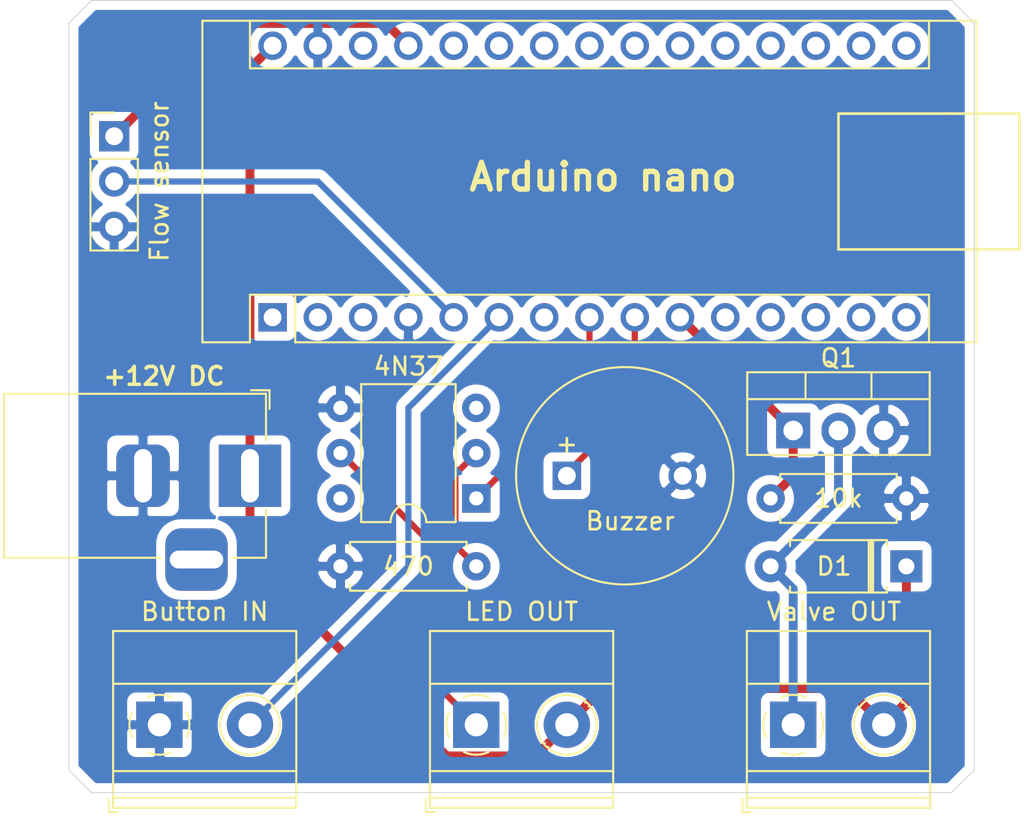
<source format=kicad_pcb>
(kicad_pcb (version 20171130) (host pcbnew "(5.1.12)-1")

  (general
    (thickness 1.6)
    (drawings 16)
    (tracks 37)
    (zones 0)
    (modules 12)
    (nets 36)
  )

  (page A4)
  (layers
    (0 F.Cu signal)
    (31 B.Cu signal)
    (32 B.Adhes user)
    (33 F.Adhes user)
    (34 B.Paste user)
    (35 F.Paste user)
    (36 B.SilkS user)
    (37 F.SilkS user)
    (38 B.Mask user)
    (39 F.Mask user)
    (40 Dwgs.User user)
    (41 Cmts.User user)
    (42 Eco1.User user)
    (43 Eco2.User user)
    (44 Edge.Cuts user)
    (45 Margin user)
    (46 B.CrtYd user)
    (47 F.CrtYd user)
    (48 B.Fab user)
    (49 F.Fab user)
  )

  (setup
    (last_trace_width 0.35)
    (trace_clearance 0.2)
    (zone_clearance 0.508)
    (zone_45_only no)
    (trace_min 0.2)
    (via_size 0.8)
    (via_drill 0.4)
    (via_min_size 0.4)
    (via_min_drill 0.3)
    (uvia_size 0.3)
    (uvia_drill 0.1)
    (uvias_allowed no)
    (uvia_min_size 0.2)
    (uvia_min_drill 0.1)
    (edge_width 0.05)
    (segment_width 0.2)
    (pcb_text_width 0.3)
    (pcb_text_size 1.5 1.5)
    (mod_edge_width 0.12)
    (mod_text_size 1 1)
    (mod_text_width 0.15)
    (pad_size 1.524 1.524)
    (pad_drill 0.762)
    (pad_to_mask_clearance 0)
    (aux_axis_origin 0 0)
    (visible_elements 7FFFFFFF)
    (pcbplotparams
      (layerselection 0x010fc_ffffffff)
      (usegerberextensions false)
      (usegerberattributes true)
      (usegerberadvancedattributes true)
      (creategerberjobfile true)
      (excludeedgelayer true)
      (linewidth 0.100000)
      (plotframeref false)
      (viasonmask false)
      (mode 1)
      (useauxorigin false)
      (hpglpennumber 1)
      (hpglpenspeed 20)
      (hpglpendiameter 15.000000)
      (psnegative false)
      (psa4output false)
      (plotreference true)
      (plotvalue true)
      (plotinvisibletext false)
      (padsonsilk false)
      (subtractmaskfromsilk false)
      (outputformat 1)
      (mirror false)
      (drillshape 0)
      (scaleselection 1)
      (outputdirectory "./"))
  )

  (net 0 "")
  (net 1 "Net-(A1-Pad1)")
  (net 2 "Net-(A1-Pad17)")
  (net 3 "Net-(A1-Pad2)")
  (net 4 "Net-(A1-Pad18)")
  (net 5 "Net-(A1-Pad3)")
  (net 6 "Net-(A1-Pad19)")
  (net 7 GND)
  (net 8 "Net-(A1-Pad20)")
  (net 9 Flow_sensor)
  (net 10 "Net-(A1-Pad21)")
  (net 11 Button)
  (net 12 "Net-(A1-Pad22)")
  (net 13 "Net-(A1-Pad7)")
  (net 14 "Net-(A1-Pad23)")
  (net 15 LED)
  (net 16 "Net-(A1-Pad24)")
  (net 17 buzzer)
  (net 18 "Net-(A1-Pad25)")
  (net 19 Solenoid)
  (net 20 "Net-(A1-Pad26)")
  (net 21 "Net-(A1-Pad11)")
  (net 22 +5V)
  (net 23 "Net-(A1-Pad12)")
  (net 24 "Net-(A1-Pad28)")
  (net 25 "Net-(A1-Pad13)")
  (net 26 "Net-(A1-Pad14)")
  (net 27 +12V)
  (net 28 "Net-(A1-Pad15)")
  (net 29 "Net-(A1-Pad16)")
  (net 30 "Net-(D1-Pad2)")
  (net 31 "Net-(J5-Pad1)")
  (net 32 "Net-(R2-Pad1)")
  (net 33 "Net-(U1-Pad3)")
  (net 34 "Net-(U1-Pad6)")
  (net 35 "Net-(J1-Pad3)")

  (net_class Default "This is the default net class."
    (clearance 0.2)
    (trace_width 0.35)
    (via_dia 0.8)
    (via_drill 0.4)
    (uvia_dia 0.3)
    (uvia_drill 0.1)
    (add_net Button)
    (add_net Flow_sensor)
    (add_net LED)
    (add_net "Net-(A1-Pad1)")
    (add_net "Net-(A1-Pad11)")
    (add_net "Net-(A1-Pad12)")
    (add_net "Net-(A1-Pad13)")
    (add_net "Net-(A1-Pad14)")
    (add_net "Net-(A1-Pad15)")
    (add_net "Net-(A1-Pad16)")
    (add_net "Net-(A1-Pad17)")
    (add_net "Net-(A1-Pad18)")
    (add_net "Net-(A1-Pad19)")
    (add_net "Net-(A1-Pad2)")
    (add_net "Net-(A1-Pad20)")
    (add_net "Net-(A1-Pad21)")
    (add_net "Net-(A1-Pad22)")
    (add_net "Net-(A1-Pad23)")
    (add_net "Net-(A1-Pad24)")
    (add_net "Net-(A1-Pad25)")
    (add_net "Net-(A1-Pad26)")
    (add_net "Net-(A1-Pad28)")
    (add_net "Net-(A1-Pad3)")
    (add_net "Net-(A1-Pad7)")
    (add_net "Net-(J1-Pad3)")
    (add_net "Net-(J5-Pad1)")
    (add_net "Net-(R2-Pad1)")
    (add_net "Net-(U1-Pad3)")
    (add_net "Net-(U1-Pad6)")
    (add_net buzzer)
  )

  (net_class Power ""
    (clearance 0.2)
    (trace_width 0.5)
    (via_dia 0.8)
    (via_drill 0.4)
    (uvia_dia 0.3)
    (uvia_drill 0.1)
    (add_net +12V)
    (add_net +5V)
    (add_net GND)
    (add_net "Net-(D1-Pad2)")
    (add_net Solenoid)
  )

  (module Package_DIP:DIP-6_W7.62mm (layer F.Cu) (tedit 5A02E8C5) (tstamp 634B2F28)
    (at 137.16 80.01 180)
    (descr "6-lead though-hole mounted DIP package, row spacing 7.62 mm (300 mils)")
    (tags "THT DIP DIL PDIP 2.54mm 7.62mm 300mil")
    (path /634AE0C0)
    (fp_text reference U1 (at 3.81 -2.33) (layer F.Fab)
      (effects (font (size 1 1) (thickness 0.15)))
    )
    (fp_text value 4N37 (at 3.81 7.41) (layer F.SilkS)
      (effects (font (size 1 1) (thickness 0.15)))
    )
    (fp_line (start 8.7 -1.55) (end -1.1 -1.55) (layer F.CrtYd) (width 0.05))
    (fp_line (start 8.7 6.6) (end 8.7 -1.55) (layer F.CrtYd) (width 0.05))
    (fp_line (start -1.1 6.6) (end 8.7 6.6) (layer F.CrtYd) (width 0.05))
    (fp_line (start -1.1 -1.55) (end -1.1 6.6) (layer F.CrtYd) (width 0.05))
    (fp_line (start 6.46 -1.33) (end 4.81 -1.33) (layer F.SilkS) (width 0.12))
    (fp_line (start 6.46 6.41) (end 6.46 -1.33) (layer F.SilkS) (width 0.12))
    (fp_line (start 1.16 6.41) (end 6.46 6.41) (layer F.SilkS) (width 0.12))
    (fp_line (start 1.16 -1.33) (end 1.16 6.41) (layer F.SilkS) (width 0.12))
    (fp_line (start 2.81 -1.33) (end 1.16 -1.33) (layer F.SilkS) (width 0.12))
    (fp_line (start 0.635 -0.27) (end 1.635 -1.27) (layer F.Fab) (width 0.1))
    (fp_line (start 0.635 6.35) (end 0.635 -0.27) (layer F.Fab) (width 0.1))
    (fp_line (start 6.985 6.35) (end 0.635 6.35) (layer F.Fab) (width 0.1))
    (fp_line (start 6.985 -1.27) (end 6.985 6.35) (layer F.Fab) (width 0.1))
    (fp_line (start 1.635 -1.27) (end 6.985 -1.27) (layer F.Fab) (width 0.1))
    (fp_arc (start 3.81 -1.33) (end 2.81 -1.33) (angle -180) (layer F.SilkS) (width 0.12))
    (fp_text user %R (at 3.81 2.54) (layer F.Fab)
      (effects (font (size 1 1) (thickness 0.15)))
    )
    (pad 1 thru_hole rect (at 0 0 180) (size 1.6 1.6) (drill 0.8) (layers *.Cu *.Mask)
      (net 15 LED))
    (pad 4 thru_hole oval (at 7.62 5.08 180) (size 1.6 1.6) (drill 0.8) (layers *.Cu *.Mask)
      (net 7 GND))
    (pad 2 thru_hole oval (at 0 2.54 180) (size 1.6 1.6) (drill 0.8) (layers *.Cu *.Mask)
      (net 32 "Net-(R2-Pad1)"))
    (pad 5 thru_hole oval (at 7.62 2.54 180) (size 1.6 1.6) (drill 0.8) (layers *.Cu *.Mask)
      (net 31 "Net-(J5-Pad1)"))
    (pad 3 thru_hole oval (at 0 5.08 180) (size 1.6 1.6) (drill 0.8) (layers *.Cu *.Mask)
      (net 33 "Net-(U1-Pad3)"))
    (pad 6 thru_hole oval (at 7.62 0 180) (size 1.6 1.6) (drill 0.8) (layers *.Cu *.Mask)
      (net 34 "Net-(U1-Pad6)"))
    (model ${KISYS3DMOD}/Package_DIP.3dshapes/DIP-6_W7.62mm.wrl
      (at (xyz 0 0 0))
      (scale (xyz 1 1 1))
      (rotate (xyz 0 0 0))
    )
  )

  (module Module:Arduino_Nano (layer F.Cu) (tedit 58ACAF70) (tstamp 634B20F4)
    (at 125.73 69.85 90)
    (descr "Arduino Nano, http://www.mouser.com/pdfdocs/Gravitech_Arduino_Nano3_0.pdf")
    (tags "Arduino Nano")
    (path /634A7D91)
    (fp_text reference A1 (at 7.62 -5.08 90) (layer F.Fab)
      (effects (font (size 1 1) (thickness 0.15)))
    )
    (fp_text value Arduino_Nano_v2.x (at 8.89 19.05) (layer F.Fab)
      (effects (font (size 1 1) (thickness 0.15)))
    )
    (fp_line (start 16.75 42.16) (end -1.53 42.16) (layer F.CrtYd) (width 0.05))
    (fp_line (start 16.75 42.16) (end 16.75 -4.06) (layer F.CrtYd) (width 0.05))
    (fp_line (start -1.53 -4.06) (end -1.53 42.16) (layer F.CrtYd) (width 0.05))
    (fp_line (start -1.53 -4.06) (end 16.75 -4.06) (layer F.CrtYd) (width 0.05))
    (fp_line (start 16.51 -3.81) (end 16.51 39.37) (layer F.Fab) (width 0.1))
    (fp_line (start 0 -3.81) (end 16.51 -3.81) (layer F.Fab) (width 0.1))
    (fp_line (start -1.27 -2.54) (end 0 -3.81) (layer F.Fab) (width 0.1))
    (fp_line (start -1.27 39.37) (end -1.27 -2.54) (layer F.Fab) (width 0.1))
    (fp_line (start 16.51 39.37) (end -1.27 39.37) (layer F.Fab) (width 0.1))
    (fp_line (start 16.64 -3.94) (end -1.4 -3.94) (layer F.SilkS) (width 0.12))
    (fp_line (start 16.64 39.5) (end 16.64 -3.94) (layer F.SilkS) (width 0.12))
    (fp_line (start -1.4 39.5) (end 16.64 39.5) (layer F.SilkS) (width 0.12))
    (fp_line (start 3.81 41.91) (end 3.81 31.75) (layer F.Fab) (width 0.1))
    (fp_line (start 11.43 41.91) (end 3.81 41.91) (layer F.Fab) (width 0.1))
    (fp_line (start 11.43 31.75) (end 11.43 41.91) (layer F.Fab) (width 0.1))
    (fp_line (start 3.81 31.75) (end 11.43 31.75) (layer F.Fab) (width 0.1))
    (fp_line (start 1.27 36.83) (end -1.4 36.83) (layer F.SilkS) (width 0.12))
    (fp_line (start 1.27 1.27) (end 1.27 36.83) (layer F.SilkS) (width 0.12))
    (fp_line (start 1.27 1.27) (end -1.4 1.27) (layer F.SilkS) (width 0.12))
    (fp_line (start 13.97 36.83) (end 16.64 36.83) (layer F.SilkS) (width 0.12))
    (fp_line (start 13.97 -1.27) (end 13.97 36.83) (layer F.SilkS) (width 0.12))
    (fp_line (start 13.97 -1.27) (end 16.64 -1.27) (layer F.SilkS) (width 0.12))
    (fp_line (start -1.4 -3.94) (end -1.4 -1.27) (layer F.SilkS) (width 0.12))
    (fp_line (start -1.4 1.27) (end -1.4 39.5) (layer F.SilkS) (width 0.12))
    (fp_line (start 1.27 -1.27) (end -1.4 -1.27) (layer F.SilkS) (width 0.12))
    (fp_line (start 1.27 1.27) (end 1.27 -1.27) (layer F.SilkS) (width 0.12))
    (fp_text user %R (at 6.35 19.05) (layer F.Fab)
      (effects (font (size 1 1) (thickness 0.15)))
    )
    (pad 1 thru_hole rect (at 0 0 90) (size 1.6 1.6) (drill 1) (layers *.Cu *.Mask)
      (net 1 "Net-(A1-Pad1)"))
    (pad 17 thru_hole oval (at 15.24 33.02 90) (size 1.6 1.6) (drill 1) (layers *.Cu *.Mask)
      (net 2 "Net-(A1-Pad17)"))
    (pad 2 thru_hole oval (at 0 2.54 90) (size 1.6 1.6) (drill 1) (layers *.Cu *.Mask)
      (net 3 "Net-(A1-Pad2)"))
    (pad 18 thru_hole oval (at 15.24 30.48 90) (size 1.6 1.6) (drill 1) (layers *.Cu *.Mask)
      (net 4 "Net-(A1-Pad18)"))
    (pad 3 thru_hole oval (at 0 5.08 90) (size 1.6 1.6) (drill 1) (layers *.Cu *.Mask)
      (net 5 "Net-(A1-Pad3)"))
    (pad 19 thru_hole oval (at 15.24 27.94 90) (size 1.6 1.6) (drill 1) (layers *.Cu *.Mask)
      (net 6 "Net-(A1-Pad19)"))
    (pad 4 thru_hole oval (at 0 7.62 90) (size 1.6 1.6) (drill 1) (layers *.Cu *.Mask)
      (net 7 GND))
    (pad 20 thru_hole oval (at 15.24 25.4 90) (size 1.6 1.6) (drill 1) (layers *.Cu *.Mask)
      (net 8 "Net-(A1-Pad20)"))
    (pad 5 thru_hole oval (at 0 10.16 90) (size 1.6 1.6) (drill 1) (layers *.Cu *.Mask)
      (net 9 Flow_sensor))
    (pad 21 thru_hole oval (at 15.24 22.86 90) (size 1.6 1.6) (drill 1) (layers *.Cu *.Mask)
      (net 10 "Net-(A1-Pad21)"))
    (pad 6 thru_hole oval (at 0 12.7 90) (size 1.6 1.6) (drill 1) (layers *.Cu *.Mask)
      (net 11 Button))
    (pad 22 thru_hole oval (at 15.24 20.32 90) (size 1.6 1.6) (drill 1) (layers *.Cu *.Mask)
      (net 12 "Net-(A1-Pad22)"))
    (pad 7 thru_hole oval (at 0 15.24 90) (size 1.6 1.6) (drill 1) (layers *.Cu *.Mask)
      (net 13 "Net-(A1-Pad7)"))
    (pad 23 thru_hole oval (at 15.24 17.78 90) (size 1.6 1.6) (drill 1) (layers *.Cu *.Mask)
      (net 14 "Net-(A1-Pad23)"))
    (pad 8 thru_hole oval (at 0 17.78 90) (size 1.6 1.6) (drill 1) (layers *.Cu *.Mask)
      (net 15 LED))
    (pad 24 thru_hole oval (at 15.24 15.24 90) (size 1.6 1.6) (drill 1) (layers *.Cu *.Mask)
      (net 16 "Net-(A1-Pad24)"))
    (pad 9 thru_hole oval (at 0 20.32 90) (size 1.6 1.6) (drill 1) (layers *.Cu *.Mask)
      (net 17 buzzer))
    (pad 25 thru_hole oval (at 15.24 12.7 90) (size 1.6 1.6) (drill 1) (layers *.Cu *.Mask)
      (net 18 "Net-(A1-Pad25)"))
    (pad 10 thru_hole oval (at 0 22.86 90) (size 1.6 1.6) (drill 1) (layers *.Cu *.Mask)
      (net 19 Solenoid))
    (pad 26 thru_hole oval (at 15.24 10.16 90) (size 1.6 1.6) (drill 1) (layers *.Cu *.Mask)
      (net 20 "Net-(A1-Pad26)"))
    (pad 11 thru_hole oval (at 0 25.4 90) (size 1.6 1.6) (drill 1) (layers *.Cu *.Mask)
      (net 21 "Net-(A1-Pad11)"))
    (pad 27 thru_hole oval (at 15.24 7.62 90) (size 1.6 1.6) (drill 1) (layers *.Cu *.Mask)
      (net 22 +5V))
    (pad 12 thru_hole oval (at 0 27.94 90) (size 1.6 1.6) (drill 1) (layers *.Cu *.Mask)
      (net 23 "Net-(A1-Pad12)"))
    (pad 28 thru_hole oval (at 15.24 5.08 90) (size 1.6 1.6) (drill 1) (layers *.Cu *.Mask)
      (net 24 "Net-(A1-Pad28)"))
    (pad 13 thru_hole oval (at 0 30.48 90) (size 1.6 1.6) (drill 1) (layers *.Cu *.Mask)
      (net 25 "Net-(A1-Pad13)"))
    (pad 29 thru_hole oval (at 15.24 2.54 90) (size 1.6 1.6) (drill 1) (layers *.Cu *.Mask)
      (net 7 GND))
    (pad 14 thru_hole oval (at 0 33.02 90) (size 1.6 1.6) (drill 1) (layers *.Cu *.Mask)
      (net 26 "Net-(A1-Pad14)"))
    (pad 30 thru_hole oval (at 15.24 0 90) (size 1.6 1.6) (drill 1) (layers *.Cu *.Mask)
      (net 27 +12V))
    (pad 15 thru_hole oval (at 0 35.56 90) (size 1.6 1.6) (drill 1) (layers *.Cu *.Mask)
      (net 28 "Net-(A1-Pad15)"))
    (pad 16 thru_hole oval (at 15.24 35.56 90) (size 1.6 1.6) (drill 1) (layers *.Cu *.Mask)
      (net 29 "Net-(A1-Pad16)"))
    (model ${KISYS3DMOD}/Module.3dshapes/Arduino_Nano_WithMountingHoles.wrl
      (at (xyz 0 0 0))
      (scale (xyz 1 1 1))
      (rotate (xyz 0 0 0))
    )
  )

  (module Buzzer_Beeper:MagneticBuzzer_ProSignal_ABT-410-RC (layer F.Cu) (tedit 5A030281) (tstamp 634B327E)
    (at 142.24 78.74)
    (descr "Buzzer, Elektromagnetic Beeper, Summer, 1,5V-DC,")
    (tags "Pro Signal ABT-410-RC ")
    (path /634B5023)
    (fp_text reference BZ1 (at 3.175 6.985) (layer F.Fab)
      (effects (font (size 1 1) (thickness 0.15)))
    )
    (fp_text value Buzzer (at 3.556 2.54) (layer F.SilkS)
      (effects (font (size 1 1) (thickness 0.15)))
    )
    (fp_circle (center 3.25 0) (end 9.25 0) (layer F.Fab) (width 0.1))
    (fp_circle (center 3.25 0) (end 4.4 0) (layer F.Fab) (width 0.1))
    (fp_circle (center 3.25 0) (end 9.35 0) (layer F.SilkS) (width 0.12))
    (fp_circle (center 3.25 0) (end 9.5 0) (layer F.CrtYd) (width 0.05))
    (fp_text user + (at 0 -1.8) (layer F.Fab)
      (effects (font (size 1 1) (thickness 0.15)))
    )
    (fp_text user + (at 0 -1.8) (layer F.SilkS)
      (effects (font (size 1 1) (thickness 0.15)))
    )
    (fp_text user %R (at 3.175 6.985) (layer F.Fab)
      (effects (font (size 1 1) (thickness 0.15)))
    )
    (pad 1 thru_hole rect (at 0 0) (size 1.6 1.6) (drill 1) (layers *.Cu *.Mask)
      (net 17 buzzer))
    (pad 2 thru_hole circle (at 6.5 0) (size 1.6 1.6) (drill 1) (layers *.Cu *.Mask)
      (net 7 GND))
    (model ${KISYS3DMOD}/Buzzer_Beeper.3dshapes/MagneticBuzzer_ProSignal_ABT-410-RC.wrl
      (at (xyz 0 0 0))
      (scale (xyz 1 1 1))
      (rotate (xyz 0 0 0))
    )
  )

  (module Diode_THT:D_A-405_P7.62mm_Horizontal (layer F.Cu) (tedit 5AE50CD5) (tstamp 634B2120)
    (at 161.29 83.82 180)
    (descr "Diode, A-405 series, Axial, Horizontal, pin pitch=7.62mm, , length*diameter=5.2*2.7mm^2, , http://www.diodes.com/_files/packages/A-405.pdf")
    (tags "Diode A-405 series Axial Horizontal pin pitch 7.62mm  length 5.2mm diameter 2.7mm")
    (path /634B0794)
    (fp_text reference D1 (at 4.064 0) (layer F.SilkS)
      (effects (font (size 1 1) (thickness 0.15)))
    )
    (fp_text value D (at 3.81 2.47) (layer F.Fab)
      (effects (font (size 1 1) (thickness 0.15)))
    )
    (fp_line (start 8.77 -1.6) (end -1.15 -1.6) (layer F.CrtYd) (width 0.05))
    (fp_line (start 8.77 1.6) (end 8.77 -1.6) (layer F.CrtYd) (width 0.05))
    (fp_line (start -1.15 1.6) (end 8.77 1.6) (layer F.CrtYd) (width 0.05))
    (fp_line (start -1.15 -1.6) (end -1.15 1.6) (layer F.CrtYd) (width 0.05))
    (fp_line (start 1.87 -1.47) (end 1.87 1.47) (layer F.SilkS) (width 0.12))
    (fp_line (start 2.11 -1.47) (end 2.11 1.47) (layer F.SilkS) (width 0.12))
    (fp_line (start 1.99 -1.47) (end 1.99 1.47) (layer F.SilkS) (width 0.12))
    (fp_line (start 6.53 1.47) (end 6.53 1.14) (layer F.SilkS) (width 0.12))
    (fp_line (start 1.09 1.47) (end 6.53 1.47) (layer F.SilkS) (width 0.12))
    (fp_line (start 1.09 1.14) (end 1.09 1.47) (layer F.SilkS) (width 0.12))
    (fp_line (start 6.53 -1.47) (end 6.53 -1.14) (layer F.SilkS) (width 0.12))
    (fp_line (start 1.09 -1.47) (end 6.53 -1.47) (layer F.SilkS) (width 0.12))
    (fp_line (start 1.09 -1.14) (end 1.09 -1.47) (layer F.SilkS) (width 0.12))
    (fp_line (start 1.89 -1.35) (end 1.89 1.35) (layer F.Fab) (width 0.1))
    (fp_line (start 2.09 -1.35) (end 2.09 1.35) (layer F.Fab) (width 0.1))
    (fp_line (start 1.99 -1.35) (end 1.99 1.35) (layer F.Fab) (width 0.1))
    (fp_line (start 7.62 0) (end 6.41 0) (layer F.Fab) (width 0.1))
    (fp_line (start 0 0) (end 1.21 0) (layer F.Fab) (width 0.1))
    (fp_line (start 6.41 -1.35) (end 1.21 -1.35) (layer F.Fab) (width 0.1))
    (fp_line (start 6.41 1.35) (end 6.41 -1.35) (layer F.Fab) (width 0.1))
    (fp_line (start 1.21 1.35) (end 6.41 1.35) (layer F.Fab) (width 0.1))
    (fp_line (start 1.21 -1.35) (end 1.21 1.35) (layer F.Fab) (width 0.1))
    (fp_text user %R (at 4.2 0) (layer F.Fab)
      (effects (font (size 1 1) (thickness 0.15)))
    )
    (fp_text user K (at 0 -1.9) (layer F.Fab)
      (effects (font (size 1 1) (thickness 0.15)))
    )
    (fp_text user K (at 0 -1.9) (layer F.Fab)
      (effects (font (size 1 1) (thickness 0.15)))
    )
    (pad 1 thru_hole rect (at 0 0 180) (size 1.8 1.8) (drill 0.9) (layers *.Cu *.Mask)
      (net 27 +12V))
    (pad 2 thru_hole oval (at 7.62 0 180) (size 1.8 1.8) (drill 0.9) (layers *.Cu *.Mask)
      (net 30 "Net-(D1-Pad2)"))
    (model ${KISYS3DMOD}/Diode_THT.3dshapes/D_A-405_P7.62mm_Horizontal.wrl
      (at (xyz 0 0 0))
      (scale (xyz 1 1 1))
      (rotate (xyz 0 0 0))
    )
  )

  (module TerminalBlock_Phoenix:TerminalBlock_Phoenix_MKDS-1,5-2-5.08_1x02_P5.08mm_Horizontal (layer F.Cu) (tedit 5B294EBC) (tstamp 634B215C)
    (at 119.38 92.71)
    (descr "Terminal Block Phoenix MKDS-1,5-2-5.08, 2 pins, pitch 5.08mm, size 10.2x9.8mm^2, drill diamater 1.3mm, pad diameter 2.6mm, see http://www.farnell.com/datasheets/100425.pdf, script-generated using https://github.com/pointhi/kicad-footprint-generator/scripts/TerminalBlock_Phoenix")
    (tags "THT Terminal Block Phoenix MKDS-1,5-2-5.08 pitch 5.08mm size 10.2x9.8mm^2 drill 1.3mm pad 2.6mm")
    (path /634B26AB)
    (fp_text reference J2 (at 2.54 -6.26) (layer F.Fab)
      (effects (font (size 1 1) (thickness 0.15)))
    )
    (fp_text value "Button IN" (at 2.54 -6.35) (layer F.SilkS)
      (effects (font (size 1 1) (thickness 0.15)))
    )
    (fp_line (start 8.13 -5.71) (end -3.04 -5.71) (layer F.CrtYd) (width 0.05))
    (fp_line (start 8.13 5.1) (end 8.13 -5.71) (layer F.CrtYd) (width 0.05))
    (fp_line (start -3.04 5.1) (end 8.13 5.1) (layer F.CrtYd) (width 0.05))
    (fp_line (start -3.04 -5.71) (end -3.04 5.1) (layer F.CrtYd) (width 0.05))
    (fp_line (start -2.84 4.9) (end -2.34 4.9) (layer F.SilkS) (width 0.12))
    (fp_line (start -2.84 4.16) (end -2.84 4.9) (layer F.SilkS) (width 0.12))
    (fp_line (start 3.853 1.023) (end 3.806 1.069) (layer F.SilkS) (width 0.12))
    (fp_line (start 6.15 -1.275) (end 6.115 -1.239) (layer F.SilkS) (width 0.12))
    (fp_line (start 4.046 1.239) (end 4.011 1.274) (layer F.SilkS) (width 0.12))
    (fp_line (start 6.355 -1.069) (end 6.308 -1.023) (layer F.SilkS) (width 0.12))
    (fp_line (start 6.035 -1.138) (end 3.943 0.955) (layer F.Fab) (width 0.1))
    (fp_line (start 6.218 -0.955) (end 4.126 1.138) (layer F.Fab) (width 0.1))
    (fp_line (start 0.955 -1.138) (end -1.138 0.955) (layer F.Fab) (width 0.1))
    (fp_line (start 1.138 -0.955) (end -0.955 1.138) (layer F.Fab) (width 0.1))
    (fp_line (start 7.68 -5.261) (end 7.68 4.66) (layer F.SilkS) (width 0.12))
    (fp_line (start -2.6 -5.261) (end -2.6 4.66) (layer F.SilkS) (width 0.12))
    (fp_line (start -2.6 4.66) (end 7.68 4.66) (layer F.SilkS) (width 0.12))
    (fp_line (start -2.6 -5.261) (end 7.68 -5.261) (layer F.SilkS) (width 0.12))
    (fp_line (start -2.6 -2.301) (end 7.68 -2.301) (layer F.SilkS) (width 0.12))
    (fp_line (start -2.54 -2.3) (end 7.62 -2.3) (layer F.Fab) (width 0.1))
    (fp_line (start -2.6 2.6) (end 7.68 2.6) (layer F.SilkS) (width 0.12))
    (fp_line (start -2.54 2.6) (end 7.62 2.6) (layer F.Fab) (width 0.1))
    (fp_line (start -2.6 4.1) (end 7.68 4.1) (layer F.SilkS) (width 0.12))
    (fp_line (start -2.54 4.1) (end 7.62 4.1) (layer F.Fab) (width 0.1))
    (fp_line (start -2.54 4.1) (end -2.54 -5.2) (layer F.Fab) (width 0.1))
    (fp_line (start -2.04 4.6) (end -2.54 4.1) (layer F.Fab) (width 0.1))
    (fp_line (start 7.62 4.6) (end -2.04 4.6) (layer F.Fab) (width 0.1))
    (fp_line (start 7.62 -5.2) (end 7.62 4.6) (layer F.Fab) (width 0.1))
    (fp_line (start -2.54 -5.2) (end 7.62 -5.2) (layer F.Fab) (width 0.1))
    (fp_circle (center 5.08 0) (end 6.76 0) (layer F.SilkS) (width 0.12))
    (fp_circle (center 5.08 0) (end 6.58 0) (layer F.Fab) (width 0.1))
    (fp_circle (center 0 0) (end 1.5 0) (layer F.Fab) (width 0.1))
    (fp_arc (start 0 0) (end 0 1.68) (angle -24) (layer F.SilkS) (width 0.12))
    (fp_arc (start 0 0) (end 1.535 0.684) (angle -48) (layer F.SilkS) (width 0.12))
    (fp_arc (start 0 0) (end 0.684 -1.535) (angle -48) (layer F.SilkS) (width 0.12))
    (fp_arc (start 0 0) (end -1.535 -0.684) (angle -48) (layer F.SilkS) (width 0.12))
    (fp_arc (start 0 0) (end -0.684 1.535) (angle -25) (layer F.SilkS) (width 0.12))
    (fp_text user %R (at 2.54 3.2) (layer F.Fab)
      (effects (font (size 1 1) (thickness 0.15)))
    )
    (pad 1 thru_hole rect (at 0 0) (size 2.6 2.6) (drill 1.3) (layers *.Cu *.Mask)
      (net 7 GND))
    (pad 2 thru_hole circle (at 5.08 0) (size 2.6 2.6) (drill 1.3) (layers *.Cu *.Mask)
      (net 11 Button))
    (model ${KISYS3DMOD}/TerminalBlock_Phoenix.3dshapes/TerminalBlock_Phoenix_MKDS-1,5-2-5.08_1x02_P5.08mm_Horizontal.wrl
      (at (xyz 0 0 0))
      (scale (xyz 1 1 1))
      (rotate (xyz 0 0 0))
    )
  )

  (module TerminalBlock_Phoenix:TerminalBlock_Phoenix_MKDS-1,5-2-5.08_1x02_P5.08mm_Horizontal (layer F.Cu) (tedit 5B294EBC) (tstamp 634B354E)
    (at 154.94 92.71)
    (descr "Terminal Block Phoenix MKDS-1,5-2-5.08, 2 pins, pitch 5.08mm, size 10.2x9.8mm^2, drill diamater 1.3mm, pad diameter 2.6mm, see http://www.farnell.com/datasheets/100425.pdf, script-generated using https://github.com/pointhi/kicad-footprint-generator/scripts/TerminalBlock_Phoenix")
    (tags "THT Terminal Block Phoenix MKDS-1,5-2-5.08 pitch 5.08mm size 10.2x9.8mm^2 drill 1.3mm pad 2.6mm")
    (path /634B15BD)
    (fp_text reference J3 (at -4.064 -0.762) (layer F.Fab)
      (effects (font (size 1 1) (thickness 0.15)))
    )
    (fp_text value "Valve OUT" (at 2.286 -6.35) (layer F.SilkS)
      (effects (font (size 1 1) (thickness 0.15)))
    )
    (fp_circle (center 0 0) (end 1.5 0) (layer F.Fab) (width 0.1))
    (fp_circle (center 5.08 0) (end 6.58 0) (layer F.Fab) (width 0.1))
    (fp_circle (center 5.08 0) (end 6.76 0) (layer F.SilkS) (width 0.12))
    (fp_line (start -2.54 -5.2) (end 7.62 -5.2) (layer F.Fab) (width 0.1))
    (fp_line (start 7.62 -5.2) (end 7.62 4.6) (layer F.Fab) (width 0.1))
    (fp_line (start 7.62 4.6) (end -2.04 4.6) (layer F.Fab) (width 0.1))
    (fp_line (start -2.04 4.6) (end -2.54 4.1) (layer F.Fab) (width 0.1))
    (fp_line (start -2.54 4.1) (end -2.54 -5.2) (layer F.Fab) (width 0.1))
    (fp_line (start -2.54 4.1) (end 7.62 4.1) (layer F.Fab) (width 0.1))
    (fp_line (start -2.6 4.1) (end 7.68 4.1) (layer F.SilkS) (width 0.12))
    (fp_line (start -2.54 2.6) (end 7.62 2.6) (layer F.Fab) (width 0.1))
    (fp_line (start -2.6 2.6) (end 7.68 2.6) (layer F.SilkS) (width 0.12))
    (fp_line (start -2.54 -2.3) (end 7.62 -2.3) (layer F.Fab) (width 0.1))
    (fp_line (start -2.6 -2.301) (end 7.68 -2.301) (layer F.SilkS) (width 0.12))
    (fp_line (start -2.6 -5.261) (end 7.68 -5.261) (layer F.SilkS) (width 0.12))
    (fp_line (start -2.6 4.66) (end 7.68 4.66) (layer F.SilkS) (width 0.12))
    (fp_line (start -2.6 -5.261) (end -2.6 4.66) (layer F.SilkS) (width 0.12))
    (fp_line (start 7.68 -5.261) (end 7.68 4.66) (layer F.SilkS) (width 0.12))
    (fp_line (start 1.138 -0.955) (end -0.955 1.138) (layer F.Fab) (width 0.1))
    (fp_line (start 0.955 -1.138) (end -1.138 0.955) (layer F.Fab) (width 0.1))
    (fp_line (start 6.218 -0.955) (end 4.126 1.138) (layer F.Fab) (width 0.1))
    (fp_line (start 6.035 -1.138) (end 3.943 0.955) (layer F.Fab) (width 0.1))
    (fp_line (start 6.355 -1.069) (end 6.308 -1.023) (layer F.SilkS) (width 0.12))
    (fp_line (start 4.046 1.239) (end 4.011 1.274) (layer F.SilkS) (width 0.12))
    (fp_line (start 6.15 -1.275) (end 6.115 -1.239) (layer F.SilkS) (width 0.12))
    (fp_line (start 3.853 1.023) (end 3.806 1.069) (layer F.SilkS) (width 0.12))
    (fp_line (start -2.84 4.16) (end -2.84 4.9) (layer F.SilkS) (width 0.12))
    (fp_line (start -2.84 4.9) (end -2.34 4.9) (layer F.SilkS) (width 0.12))
    (fp_line (start -3.04 -5.71) (end -3.04 5.1) (layer F.CrtYd) (width 0.05))
    (fp_line (start -3.04 5.1) (end 8.13 5.1) (layer F.CrtYd) (width 0.05))
    (fp_line (start 8.13 5.1) (end 8.13 -5.71) (layer F.CrtYd) (width 0.05))
    (fp_line (start 8.13 -5.71) (end -3.04 -5.71) (layer F.CrtYd) (width 0.05))
    (fp_text user %R (at 2.54 3.2) (layer F.Fab)
      (effects (font (size 1 1) (thickness 0.15)))
    )
    (fp_arc (start 0 0) (end -0.684 1.535) (angle -25) (layer F.SilkS) (width 0.12))
    (fp_arc (start 0 0) (end -1.535 -0.684) (angle -48) (layer F.SilkS) (width 0.12))
    (fp_arc (start 0 0) (end 0.684 -1.535) (angle -48) (layer F.SilkS) (width 0.12))
    (fp_arc (start 0 0) (end 1.535 0.684) (angle -48) (layer F.SilkS) (width 0.12))
    (fp_arc (start 0 0) (end 0 1.68) (angle -24) (layer F.SilkS) (width 0.12))
    (pad 2 thru_hole circle (at 5.08 0) (size 2.6 2.6) (drill 1.3) (layers *.Cu *.Mask)
      (net 27 +12V))
    (pad 1 thru_hole rect (at 0 0) (size 2.6 2.6) (drill 1.3) (layers *.Cu *.Mask)
      (net 30 "Net-(D1-Pad2)"))
    (model ${KISYS3DMOD}/TerminalBlock_Phoenix.3dshapes/TerminalBlock_Phoenix_MKDS-1,5-2-5.08_1x02_P5.08mm_Horizontal.wrl
      (at (xyz 0 0 0))
      (scale (xyz 1 1 1))
      (rotate (xyz 0 0 0))
    )
  )

  (module Connector_PinHeader_2.54mm:PinHeader_1x03_P2.54mm_Vertical (layer F.Cu) (tedit 59FED5CC) (tstamp 634B3859)
    (at 116.84 59.69)
    (descr "Through hole straight pin header, 1x03, 2.54mm pitch, single row")
    (tags "Through hole pin header THT 1x03 2.54mm single row")
    (path /634B3CAD)
    (fp_text reference J4 (at 0 -2.33) (layer F.Fab)
      (effects (font (size 1 1) (thickness 0.15)))
    )
    (fp_text value "Flow sensor" (at 2.54 2.54 90) (layer F.SilkS)
      (effects (font (size 1 1) (thickness 0.15)))
    )
    (fp_line (start 1.8 -1.8) (end -1.8 -1.8) (layer F.CrtYd) (width 0.05))
    (fp_line (start 1.8 6.85) (end 1.8 -1.8) (layer F.CrtYd) (width 0.05))
    (fp_line (start -1.8 6.85) (end 1.8 6.85) (layer F.CrtYd) (width 0.05))
    (fp_line (start -1.8 -1.8) (end -1.8 6.85) (layer F.CrtYd) (width 0.05))
    (fp_line (start -1.33 -1.33) (end 0 -1.33) (layer F.SilkS) (width 0.12))
    (fp_line (start -1.33 0) (end -1.33 -1.33) (layer F.SilkS) (width 0.12))
    (fp_line (start -1.33 1.27) (end 1.33 1.27) (layer F.SilkS) (width 0.12))
    (fp_line (start 1.33 1.27) (end 1.33 6.41) (layer F.SilkS) (width 0.12))
    (fp_line (start -1.33 1.27) (end -1.33 6.41) (layer F.SilkS) (width 0.12))
    (fp_line (start -1.33 6.41) (end 1.33 6.41) (layer F.SilkS) (width 0.12))
    (fp_line (start -1.27 -0.635) (end -0.635 -1.27) (layer F.Fab) (width 0.1))
    (fp_line (start -1.27 6.35) (end -1.27 -0.635) (layer F.Fab) (width 0.1))
    (fp_line (start 1.27 6.35) (end -1.27 6.35) (layer F.Fab) (width 0.1))
    (fp_line (start 1.27 -1.27) (end 1.27 6.35) (layer F.Fab) (width 0.1))
    (fp_line (start -0.635 -1.27) (end 1.27 -1.27) (layer F.Fab) (width 0.1))
    (fp_text user %R (at 0 2.54 180) (layer F.Fab)
      (effects (font (size 1 1) (thickness 0.15)))
    )
    (pad 1 thru_hole rect (at 0 0) (size 1.7 1.7) (drill 1) (layers *.Cu *.Mask)
      (net 22 +5V))
    (pad 2 thru_hole oval (at 0 2.54) (size 1.7 1.7) (drill 1) (layers *.Cu *.Mask)
      (net 9 Flow_sensor))
    (pad 3 thru_hole oval (at 0 5.08) (size 1.7 1.7) (drill 1) (layers *.Cu *.Mask)
      (net 7 GND))
    (model ${KISYS3DMOD}/Connector_PinHeader_2.54mm.3dshapes/PinHeader_1x03_P2.54mm_Vertical.wrl
      (at (xyz 0 0 0))
      (scale (xyz 1 1 1))
      (rotate (xyz 0 0 0))
    )
  )

  (module TerminalBlock_Phoenix:TerminalBlock_Phoenix_MKDS-1,5-2-5.08_1x02_P5.08mm_Horizontal (layer F.Cu) (tedit 5B294EBC) (tstamp 634B21CB)
    (at 137.16 92.71)
    (descr "Terminal Block Phoenix MKDS-1,5-2-5.08, 2 pins, pitch 5.08mm, size 10.2x9.8mm^2, drill diamater 1.3mm, pad diameter 2.6mm, see http://www.farnell.com/datasheets/100425.pdf, script-generated using https://github.com/pointhi/kicad-footprint-generator/scripts/TerminalBlock_Phoenix")
    (tags "THT Terminal Block Phoenix MKDS-1,5-2-5.08 pitch 5.08mm size 10.2x9.8mm^2 drill 1.3mm pad 2.6mm")
    (path /634B1F37)
    (fp_text reference J5 (at -4.318 -0.508) (layer F.Fab)
      (effects (font (size 1 1) (thickness 0.15)))
    )
    (fp_text value "LED OUT" (at 2.54 -6.35) (layer F.SilkS)
      (effects (font (size 1 1) (thickness 0.15)))
    )
    (fp_circle (center 0 0) (end 1.5 0) (layer F.Fab) (width 0.1))
    (fp_circle (center 5.08 0) (end 6.58 0) (layer F.Fab) (width 0.1))
    (fp_circle (center 5.08 0) (end 6.76 0) (layer F.SilkS) (width 0.12))
    (fp_line (start -2.54 -5.2) (end 7.62 -5.2) (layer F.Fab) (width 0.1))
    (fp_line (start 7.62 -5.2) (end 7.62 4.6) (layer F.Fab) (width 0.1))
    (fp_line (start 7.62 4.6) (end -2.04 4.6) (layer F.Fab) (width 0.1))
    (fp_line (start -2.04 4.6) (end -2.54 4.1) (layer F.Fab) (width 0.1))
    (fp_line (start -2.54 4.1) (end -2.54 -5.2) (layer F.Fab) (width 0.1))
    (fp_line (start -2.54 4.1) (end 7.62 4.1) (layer F.Fab) (width 0.1))
    (fp_line (start -2.6 4.1) (end 7.68 4.1) (layer F.SilkS) (width 0.12))
    (fp_line (start -2.54 2.6) (end 7.62 2.6) (layer F.Fab) (width 0.1))
    (fp_line (start -2.6 2.6) (end 7.68 2.6) (layer F.SilkS) (width 0.12))
    (fp_line (start -2.54 -2.3) (end 7.62 -2.3) (layer F.Fab) (width 0.1))
    (fp_line (start -2.6 -2.301) (end 7.68 -2.301) (layer F.SilkS) (width 0.12))
    (fp_line (start -2.6 -5.261) (end 7.68 -5.261) (layer F.SilkS) (width 0.12))
    (fp_line (start -2.6 4.66) (end 7.68 4.66) (layer F.SilkS) (width 0.12))
    (fp_line (start -2.6 -5.261) (end -2.6 4.66) (layer F.SilkS) (width 0.12))
    (fp_line (start 7.68 -5.261) (end 7.68 4.66) (layer F.SilkS) (width 0.12))
    (fp_line (start 1.138 -0.955) (end -0.955 1.138) (layer F.Fab) (width 0.1))
    (fp_line (start 0.955 -1.138) (end -1.138 0.955) (layer F.Fab) (width 0.1))
    (fp_line (start 6.218 -0.955) (end 4.126 1.138) (layer F.Fab) (width 0.1))
    (fp_line (start 6.035 -1.138) (end 3.943 0.955) (layer F.Fab) (width 0.1))
    (fp_line (start 6.355 -1.069) (end 6.308 -1.023) (layer F.SilkS) (width 0.12))
    (fp_line (start 4.046 1.239) (end 4.011 1.274) (layer F.SilkS) (width 0.12))
    (fp_line (start 6.15 -1.275) (end 6.115 -1.239) (layer F.SilkS) (width 0.12))
    (fp_line (start 3.853 1.023) (end 3.806 1.069) (layer F.SilkS) (width 0.12))
    (fp_line (start -2.84 4.16) (end -2.84 4.9) (layer F.SilkS) (width 0.12))
    (fp_line (start -2.84 4.9) (end -2.34 4.9) (layer F.SilkS) (width 0.12))
    (fp_line (start -3.04 -5.71) (end -3.04 5.1) (layer F.CrtYd) (width 0.05))
    (fp_line (start -3.04 5.1) (end 8.13 5.1) (layer F.CrtYd) (width 0.05))
    (fp_line (start 8.13 5.1) (end 8.13 -5.71) (layer F.CrtYd) (width 0.05))
    (fp_line (start 8.13 -5.71) (end -3.04 -5.71) (layer F.CrtYd) (width 0.05))
    (fp_text user %R (at 2.54 3.2) (layer F.Fab)
      (effects (font (size 1 1) (thickness 0.15)))
    )
    (fp_arc (start 0 0) (end -0.684 1.535) (angle -25) (layer F.SilkS) (width 0.12))
    (fp_arc (start 0 0) (end -1.535 -0.684) (angle -48) (layer F.SilkS) (width 0.12))
    (fp_arc (start 0 0) (end 0.684 -1.535) (angle -48) (layer F.SilkS) (width 0.12))
    (fp_arc (start 0 0) (end 1.535 0.684) (angle -48) (layer F.SilkS) (width 0.12))
    (fp_arc (start 0 0) (end 0 1.68) (angle -24) (layer F.SilkS) (width 0.12))
    (pad 2 thru_hole circle (at 5.08 0) (size 2.6 2.6) (drill 1.3) (layers *.Cu *.Mask)
      (net 27 +12V))
    (pad 1 thru_hole rect (at 0 0) (size 2.6 2.6) (drill 1.3) (layers *.Cu *.Mask)
      (net 31 "Net-(J5-Pad1)"))
    (model ${KISYS3DMOD}/TerminalBlock_Phoenix.3dshapes/TerminalBlock_Phoenix_MKDS-1,5-2-5.08_1x02_P5.08mm_Horizontal.wrl
      (at (xyz 0 0 0))
      (scale (xyz 1 1 1))
      (rotate (xyz 0 0 0))
    )
  )

  (module Package_TO_SOT_THT:TO-220-3_Vertical (layer F.Cu) (tedit 5AC8BA0D) (tstamp 634B21E5)
    (at 154.94 76.2)
    (descr "TO-220-3, Vertical, RM 2.54mm, see https://www.vishay.com/docs/66542/to-220-1.pdf")
    (tags "TO-220-3 Vertical RM 2.54mm")
    (path /634AF76F)
    (fp_text reference Q1 (at 2.54 -4.064) (layer F.SilkS)
      (effects (font (size 1 1) (thickness 0.15)))
    )
    (fp_text value Q_NMOS_GDS (at 2.54 2.5) (layer F.Fab)
      (effects (font (size 1 1) (thickness 0.15)))
    )
    (fp_line (start 7.79 -3.4) (end -2.71 -3.4) (layer F.CrtYd) (width 0.05))
    (fp_line (start 7.79 1.51) (end 7.79 -3.4) (layer F.CrtYd) (width 0.05))
    (fp_line (start -2.71 1.51) (end 7.79 1.51) (layer F.CrtYd) (width 0.05))
    (fp_line (start -2.71 -3.4) (end -2.71 1.51) (layer F.CrtYd) (width 0.05))
    (fp_line (start 4.391 -3.27) (end 4.391 -1.76) (layer F.SilkS) (width 0.12))
    (fp_line (start 0.69 -3.27) (end 0.69 -1.76) (layer F.SilkS) (width 0.12))
    (fp_line (start -2.58 -1.76) (end 7.66 -1.76) (layer F.SilkS) (width 0.12))
    (fp_line (start 7.66 -3.27) (end 7.66 1.371) (layer F.SilkS) (width 0.12))
    (fp_line (start -2.58 -3.27) (end -2.58 1.371) (layer F.SilkS) (width 0.12))
    (fp_line (start -2.58 1.371) (end 7.66 1.371) (layer F.SilkS) (width 0.12))
    (fp_line (start -2.58 -3.27) (end 7.66 -3.27) (layer F.SilkS) (width 0.12))
    (fp_line (start 4.39 -3.15) (end 4.39 -1.88) (layer F.Fab) (width 0.1))
    (fp_line (start 0.69 -3.15) (end 0.69 -1.88) (layer F.Fab) (width 0.1))
    (fp_line (start -2.46 -1.88) (end 7.54 -1.88) (layer F.Fab) (width 0.1))
    (fp_line (start 7.54 -3.15) (end -2.46 -3.15) (layer F.Fab) (width 0.1))
    (fp_line (start 7.54 1.25) (end 7.54 -3.15) (layer F.Fab) (width 0.1))
    (fp_line (start -2.46 1.25) (end 7.54 1.25) (layer F.Fab) (width 0.1))
    (fp_line (start -2.46 -3.15) (end -2.46 1.25) (layer F.Fab) (width 0.1))
    (fp_text user %R (at 2.54 -4.27) (layer F.Fab)
      (effects (font (size 1 1) (thickness 0.15)))
    )
    (pad 1 thru_hole rect (at 0 0) (size 1.905 2) (drill 1.1) (layers *.Cu *.Mask)
      (net 19 Solenoid))
    (pad 2 thru_hole oval (at 2.54 0) (size 1.905 2) (drill 1.1) (layers *.Cu *.Mask)
      (net 30 "Net-(D1-Pad2)"))
    (pad 3 thru_hole oval (at 5.08 0) (size 1.905 2) (drill 1.1) (layers *.Cu *.Mask)
      (net 7 GND))
    (model ${KISYS3DMOD}/Package_TO_SOT_THT.3dshapes/TO-220-3_Vertical.wrl
      (at (xyz 0 0 0))
      (scale (xyz 1 1 1))
      (rotate (xyz 0 0 0))
    )
  )

  (module Resistor_THT:R_Axial_DIN0207_L6.3mm_D2.5mm_P7.62mm_Horizontal (layer F.Cu) (tedit 5AE5139B) (tstamp 634B21FC)
    (at 153.67 80.01)
    (descr "Resistor, Axial_DIN0207 series, Axial, Horizontal, pin pitch=7.62mm, 0.25W = 1/4W, length*diameter=6.3*2.5mm^2, http://cdn-reichelt.de/documents/datenblatt/B400/1_4W%23YAG.pdf")
    (tags "Resistor Axial_DIN0207 series Axial Horizontal pin pitch 7.62mm 0.25W = 1/4W length 6.3mm diameter 2.5mm")
    (path /634AFEBF)
    (fp_text reference R1 (at 3.81 -2.37) (layer F.Fab)
      (effects (font (size 1 1) (thickness 0.15)))
    )
    (fp_text value 10k (at 3.81 0) (layer F.SilkS)
      (effects (font (size 1 1) (thickness 0.15)))
    )
    (fp_line (start 8.67 -1.5) (end -1.05 -1.5) (layer F.CrtYd) (width 0.05))
    (fp_line (start 8.67 1.5) (end 8.67 -1.5) (layer F.CrtYd) (width 0.05))
    (fp_line (start -1.05 1.5) (end 8.67 1.5) (layer F.CrtYd) (width 0.05))
    (fp_line (start -1.05 -1.5) (end -1.05 1.5) (layer F.CrtYd) (width 0.05))
    (fp_line (start 7.08 1.37) (end 7.08 1.04) (layer F.SilkS) (width 0.12))
    (fp_line (start 0.54 1.37) (end 7.08 1.37) (layer F.SilkS) (width 0.12))
    (fp_line (start 0.54 1.04) (end 0.54 1.37) (layer F.SilkS) (width 0.12))
    (fp_line (start 7.08 -1.37) (end 7.08 -1.04) (layer F.SilkS) (width 0.12))
    (fp_line (start 0.54 -1.37) (end 7.08 -1.37) (layer F.SilkS) (width 0.12))
    (fp_line (start 0.54 -1.04) (end 0.54 -1.37) (layer F.SilkS) (width 0.12))
    (fp_line (start 7.62 0) (end 6.96 0) (layer F.Fab) (width 0.1))
    (fp_line (start 0 0) (end 0.66 0) (layer F.Fab) (width 0.1))
    (fp_line (start 6.96 -1.25) (end 0.66 -1.25) (layer F.Fab) (width 0.1))
    (fp_line (start 6.96 1.25) (end 6.96 -1.25) (layer F.Fab) (width 0.1))
    (fp_line (start 0.66 1.25) (end 6.96 1.25) (layer F.Fab) (width 0.1))
    (fp_line (start 0.66 -1.25) (end 0.66 1.25) (layer F.Fab) (width 0.1))
    (fp_text user %R (at 3.81 0) (layer F.Fab)
      (effects (font (size 1 1) (thickness 0.15)))
    )
    (pad 1 thru_hole circle (at 0 0) (size 1.6 1.6) (drill 0.8) (layers *.Cu *.Mask)
      (net 19 Solenoid))
    (pad 2 thru_hole oval (at 7.62 0) (size 1.6 1.6) (drill 0.8) (layers *.Cu *.Mask)
      (net 7 GND))
    (model ${KISYS3DMOD}/Resistor_THT.3dshapes/R_Axial_DIN0207_L6.3mm_D2.5mm_P7.62mm_Horizontal.wrl
      (at (xyz 0 0 0))
      (scale (xyz 1 1 1))
      (rotate (xyz 0 0 0))
    )
  )

  (module Resistor_THT:R_Axial_DIN0207_L6.3mm_D2.5mm_P7.62mm_Horizontal (layer F.Cu) (tedit 5AE5139B) (tstamp 634B2EE3)
    (at 137.16 83.82 180)
    (descr "Resistor, Axial_DIN0207 series, Axial, Horizontal, pin pitch=7.62mm, 0.25W = 1/4W, length*diameter=6.3*2.5mm^2, http://cdn-reichelt.de/documents/datenblatt/B400/1_4W%23YAG.pdf")
    (tags "Resistor Axial_DIN0207 series Axial Horizontal pin pitch 7.62mm 0.25W = 1/4W length 6.3mm diameter 2.5mm")
    (path /634B03E2)
    (fp_text reference R2 (at 3.81 -2.37) (layer F.Fab)
      (effects (font (size 1 1) (thickness 0.15)))
    )
    (fp_text value 470 (at 3.81 0) (layer F.SilkS)
      (effects (font (size 1 1) (thickness 0.15)))
    )
    (fp_line (start 8.67 -1.5) (end -1.05 -1.5) (layer F.CrtYd) (width 0.05))
    (fp_line (start 8.67 1.5) (end 8.67 -1.5) (layer F.CrtYd) (width 0.05))
    (fp_line (start -1.05 1.5) (end 8.67 1.5) (layer F.CrtYd) (width 0.05))
    (fp_line (start -1.05 -1.5) (end -1.05 1.5) (layer F.CrtYd) (width 0.05))
    (fp_line (start 7.08 1.37) (end 7.08 1.04) (layer F.SilkS) (width 0.12))
    (fp_line (start 0.54 1.37) (end 7.08 1.37) (layer F.SilkS) (width 0.12))
    (fp_line (start 0.54 1.04) (end 0.54 1.37) (layer F.SilkS) (width 0.12))
    (fp_line (start 7.08 -1.37) (end 7.08 -1.04) (layer F.SilkS) (width 0.12))
    (fp_line (start 0.54 -1.37) (end 7.08 -1.37) (layer F.SilkS) (width 0.12))
    (fp_line (start 0.54 -1.04) (end 0.54 -1.37) (layer F.SilkS) (width 0.12))
    (fp_line (start 7.62 0) (end 6.96 0) (layer F.Fab) (width 0.1))
    (fp_line (start 0 0) (end 0.66 0) (layer F.Fab) (width 0.1))
    (fp_line (start 6.96 -1.25) (end 0.66 -1.25) (layer F.Fab) (width 0.1))
    (fp_line (start 6.96 1.25) (end 6.96 -1.25) (layer F.Fab) (width 0.1))
    (fp_line (start 0.66 1.25) (end 6.96 1.25) (layer F.Fab) (width 0.1))
    (fp_line (start 0.66 -1.25) (end 0.66 1.25) (layer F.Fab) (width 0.1))
    (fp_text user %R (at 3.81 0) (layer F.Fab)
      (effects (font (size 1 1) (thickness 0.15)))
    )
    (pad 1 thru_hole circle (at 0 0 180) (size 1.6 1.6) (drill 0.8) (layers *.Cu *.Mask)
      (net 32 "Net-(R2-Pad1)"))
    (pad 2 thru_hole oval (at 7.62 0 180) (size 1.6 1.6) (drill 0.8) (layers *.Cu *.Mask)
      (net 7 GND))
    (model ${KISYS3DMOD}/Resistor_THT.3dshapes/R_Axial_DIN0207_L6.3mm_D2.5mm_P7.62mm_Horizontal.wrl
      (at (xyz 0 0 0))
      (scale (xyz 1 1 1))
      (rotate (xyz 0 0 0))
    )
  )

  (module Connector_BarrelJack:BarrelJack_Horizontal (layer F.Cu) (tedit 5A1DBF6A) (tstamp 634B3C61)
    (at 124.46 78.74)
    (descr "DC Barrel Jack")
    (tags "Power Jack")
    (path /634A9882)
    (fp_text reference J1 (at -8.45 5.75) (layer F.Fab)
      (effects (font (size 1 1) (thickness 0.15)))
    )
    (fp_text value Barrel_Jack (at -6.2 -5.5) (layer F.Fab)
      (effects (font (size 1 1) (thickness 0.15)))
    )
    (fp_line (start 0 -4.5) (end -13.7 -4.5) (layer F.Fab) (width 0.1))
    (fp_line (start 0.8 4.5) (end 0.8 -3.75) (layer F.Fab) (width 0.1))
    (fp_line (start -13.7 4.5) (end 0.8 4.5) (layer F.Fab) (width 0.1))
    (fp_line (start -13.7 -4.5) (end -13.7 4.5) (layer F.Fab) (width 0.1))
    (fp_line (start -10.2 -4.5) (end -10.2 4.5) (layer F.Fab) (width 0.1))
    (fp_line (start 0.9 -4.6) (end 0.9 -2) (layer F.SilkS) (width 0.12))
    (fp_line (start -13.8 -4.6) (end 0.9 -4.6) (layer F.SilkS) (width 0.12))
    (fp_line (start 0.9 4.6) (end -1 4.6) (layer F.SilkS) (width 0.12))
    (fp_line (start 0.9 1.9) (end 0.9 4.6) (layer F.SilkS) (width 0.12))
    (fp_line (start -13.8 4.6) (end -13.8 -4.6) (layer F.SilkS) (width 0.12))
    (fp_line (start -5 4.6) (end -13.8 4.6) (layer F.SilkS) (width 0.12))
    (fp_line (start -14 4.75) (end -14 -4.75) (layer F.CrtYd) (width 0.05))
    (fp_line (start -5 4.75) (end -14 4.75) (layer F.CrtYd) (width 0.05))
    (fp_line (start -5 6.75) (end -5 4.75) (layer F.CrtYd) (width 0.05))
    (fp_line (start -1 6.75) (end -5 6.75) (layer F.CrtYd) (width 0.05))
    (fp_line (start -1 4.75) (end -1 6.75) (layer F.CrtYd) (width 0.05))
    (fp_line (start 1 4.75) (end -1 4.75) (layer F.CrtYd) (width 0.05))
    (fp_line (start 1 2) (end 1 4.75) (layer F.CrtYd) (width 0.05))
    (fp_line (start 2 2) (end 1 2) (layer F.CrtYd) (width 0.05))
    (fp_line (start 2 -2) (end 2 2) (layer F.CrtYd) (width 0.05))
    (fp_line (start 1 -2) (end 2 -2) (layer F.CrtYd) (width 0.05))
    (fp_line (start 1 -4.5) (end 1 -2) (layer F.CrtYd) (width 0.05))
    (fp_line (start 1 -4.75) (end -14 -4.75) (layer F.CrtYd) (width 0.05))
    (fp_line (start 1 -4.5) (end 1 -4.75) (layer F.CrtYd) (width 0.05))
    (fp_line (start 0.05 -4.8) (end 1.1 -4.8) (layer F.SilkS) (width 0.12))
    (fp_line (start 1.1 -3.75) (end 1.1 -4.8) (layer F.SilkS) (width 0.12))
    (fp_line (start -0.003213 -4.505425) (end 0.8 -3.75) (layer F.Fab) (width 0.1))
    (fp_text user %R (at -3 -2.95) (layer F.Fab)
      (effects (font (size 1 1) (thickness 0.15)))
    )
    (pad 1 thru_hole rect (at 0 0) (size 3.5 3.5) (drill oval 1 3) (layers *.Cu *.Mask)
      (net 27 +12V))
    (pad 2 thru_hole roundrect (at -6 0) (size 3 3.5) (drill oval 1 3) (layers *.Cu *.Mask) (roundrect_rratio 0.25)
      (net 7 GND))
    (pad 3 thru_hole roundrect (at -3 4.7) (size 3.5 3.5) (drill oval 3 1) (layers *.Cu *.Mask) (roundrect_rratio 0.25)
      (net 35 "Net-(J1-Pad3)"))
    (model ${KISYS3DMOD}/Connector_BarrelJack.3dshapes/BarrelJack_Horizontal.wrl
      (at (xyz 0 0 0))
      (scale (xyz 1 1 1))
      (rotate (xyz 0 0 0))
    )
  )

  (gr_line (start 167.64 58.42) (end 163.576 58.42) (layer F.SilkS) (width 0.15))
  (gr_line (start 167.64 66.04) (end 167.64 58.42) (layer F.SilkS) (width 0.15))
  (gr_line (start 163.83 66.04) (end 167.64 66.04) (layer F.SilkS) (width 0.15))
  (gr_line (start 157.48 66.04) (end 163.83 66.04) (layer F.SilkS) (width 0.15))
  (gr_line (start 157.48 66.04) (end 157.48 58.42) (layer F.SilkS) (width 0.15) (tstamp 6358FA3A))
  (gr_line (start 163.83 58.42) (end 157.48 58.42) (layer F.SilkS) (width 0.15))
  (gr_text "Arduino nano" (at 144.272 61.976) (layer F.SilkS)
    (effects (font (size 1.5 1.5) (thickness 0.3)))
  )
  (gr_text "+12V DC" (at 119.634 73.152) (layer F.SilkS)
    (effects (font (size 1 1) (thickness 0.2)))
  )
  (gr_line (start 114.3 95.25) (end 114.3 53.34) (layer Edge.Cuts) (width 0.05) (tstamp 634B49D4))
  (gr_line (start 115.57 96.52) (end 114.3 95.25) (layer Edge.Cuts) (width 0.05))
  (gr_line (start 165.1 95.25) (end 165.1 53.34) (layer Edge.Cuts) (width 0.05) (tstamp 634B49D2))
  (gr_line (start 163.83 96.52) (end 165.1 95.25) (layer Edge.Cuts) (width 0.05))
  (gr_line (start 115.57 52.07) (end 163.83 52.07) (layer Edge.Cuts) (width 0.05) (tstamp 634B49CB))
  (gr_line (start 163.83 52.07) (end 165.1 53.34) (layer Edge.Cuts) (width 0.05))
  (gr_line (start 114.3 53.34) (end 115.57 52.07) (layer Edge.Cuts) (width 0.05))
  (gr_line (start 163.83 96.52) (end 115.57 96.52) (layer Edge.Cuts) (width 0.05))

  (segment (start 119.38 92.71) (end 118.46 91.79) (width 0.5) (layer B.Cu) (net 7))
  (segment (start 128.27 62.23) (end 135.89 69.85) (width 0.35) (layer B.Cu) (net 9))
  (segment (start 116.84 62.23) (end 128.27 62.23) (width 0.35) (layer B.Cu) (net 9))
  (segment (start 124.46 92.71) (end 133.35 83.82) (width 0.35) (layer B.Cu) (net 11))
  (segment (start 133.35 74.93) (end 138.43 69.85) (width 0.35) (layer B.Cu) (net 11))
  (segment (start 133.35 83.82) (end 133.35 74.93) (width 0.35) (layer B.Cu) (net 11))
  (segment (start 143.51 73.66) (end 137.16 80.01) (width 0.35) (layer F.Cu) (net 15))
  (segment (start 143.51 69.85) (end 143.51 73.66) (width 0.35) (layer F.Cu) (net 15))
  (segment (start 146.05 74.78) (end 146.05 69.85) (width 0.35) (layer F.Cu) (net 17))
  (segment (start 142.09 78.74) (end 146.05 74.78) (width 0.35) (layer F.Cu) (net 17))
  (segment (start 148.59 69.85) (end 154.94 76.2) (width 0.5) (layer F.Cu) (net 19))
  (segment (start 154.94 78.74) (end 153.67 80.01) (width 0.5) (layer F.Cu) (net 19))
  (segment (start 154.94 76.2) (end 154.94 78.74) (width 0.5) (layer F.Cu) (net 19))
  (segment (start 132.099999 53.359999) (end 133.35 54.61) (width 0.5) (layer F.Cu) (net 22))
  (segment (start 123.170001 53.359999) (end 132.099999 53.359999) (width 0.5) (layer F.Cu) (net 22))
  (segment (start 116.84 59.69) (end 123.170001 53.359999) (width 0.5) (layer F.Cu) (net 22))
  (segment (start 161.29 91.44) (end 160.02 92.71) (width 0.5) (layer F.Cu) (net 27))
  (segment (start 161.29 83.82) (end 161.29 91.44) (width 0.5) (layer F.Cu) (net 27))
  (segment (start 124.46 55.88) (end 125.73 54.61) (width 0.5) (layer F.Cu) (net 27))
  (segment (start 124.46 78.74) (end 124.46 55.88) (width 0.5) (layer F.Cu) (net 27))
  (segment (start 124.46 83.420002) (end 124.46 78.74) (width 0.5) (layer F.Cu) (net 27))
  (segment (start 142.24 92.71) (end 140.489999 94.460001) (width 0.5) (layer F.Cu) (net 27))
  (segment (start 135.499999 94.460001) (end 124.46 83.420002) (width 0.5) (layer F.Cu) (net 27))
  (segment (start 140.489999 94.460001) (end 135.499999 94.460001) (width 0.5) (layer F.Cu) (net 27))
  (segment (start 142.24 92.71) (end 144.272 90.678) (width 0.5) (layer F.Cu) (net 27))
  (segment (start 157.988 90.678) (end 160.02 92.71) (width 0.5) (layer F.Cu) (net 27))
  (segment (start 144.272 90.678) (end 157.988 90.678) (width 0.5) (layer F.Cu) (net 27))
  (segment (start 154.94 85.09) (end 153.67 83.82) (width 0.5) (layer B.Cu) (net 30))
  (segment (start 154.94 92.71) (end 154.94 85.09) (width 0.5) (layer B.Cu) (net 30))
  (segment (start 157.48 80.01) (end 153.67 83.82) (width 0.5) (layer B.Cu) (net 30))
  (segment (start 157.48 76.2) (end 157.48 80.01) (width 0.5) (layer B.Cu) (net 30))
  (segment (start 135.434989 83.364989) (end 129.54 77.47) (width 0.35) (layer F.Cu) (net 31))
  (segment (start 135.434989 90.984989) (end 135.434989 83.364989) (width 0.35) (layer F.Cu) (net 31))
  (segment (start 137.16 92.71) (end 135.434989 90.984989) (width 0.35) (layer F.Cu) (net 31))
  (segment (start 135.984999 82.644999) (end 137.16 83.82) (width 0.35) (layer F.Cu) (net 32))
  (segment (start 135.984999 78.645001) (end 135.984999 82.644999) (width 0.35) (layer F.Cu) (net 32))
  (segment (start 137.16 77.47) (end 135.984999 78.645001) (width 0.35) (layer F.Cu) (net 32))

  (zone (net 7) (net_name GND) (layer B.Cu) (tstamp 635921A9) (hatch edge 0.508)
    (connect_pads (clearance 0.508))
    (min_thickness 0.254)
    (fill yes (arc_segments 32) (thermal_gap 0.508) (thermal_bridge_width 0.508))
    (polygon
      (pts
        (xy 164.592 53.594) (xy 164.592 94.996) (xy 163.576 96.012) (xy 115.824 96.012) (xy 114.808 94.996)
        (xy 114.808 53.594) (xy 115.824 52.578) (xy 163.576 52.578)
      )
    )
    (filled_polygon
      (pts
        (xy 164.440001 53.621607) (xy 164.44 94.968394) (xy 163.548394 95.86) (xy 115.851606 95.86) (xy 114.96 94.968394)
        (xy 114.96 94.01) (xy 117.441928 94.01) (xy 117.454188 94.134482) (xy 117.490498 94.25418) (xy 117.549463 94.364494)
        (xy 117.628815 94.461185) (xy 117.725506 94.540537) (xy 117.83582 94.599502) (xy 117.955518 94.635812) (xy 118.08 94.648072)
        (xy 119.09425 94.645) (xy 119.253 94.48625) (xy 119.253 92.837) (xy 119.507 92.837) (xy 119.507 94.48625)
        (xy 119.66575 94.645) (xy 120.68 94.648072) (xy 120.804482 94.635812) (xy 120.92418 94.599502) (xy 121.034494 94.540537)
        (xy 121.131185 94.461185) (xy 121.210537 94.364494) (xy 121.269502 94.25418) (xy 121.305812 94.134482) (xy 121.318072 94.01)
        (xy 121.315 92.99575) (xy 121.15625 92.837) (xy 119.507 92.837) (xy 119.253 92.837) (xy 117.60375 92.837)
        (xy 117.445 92.99575) (xy 117.441928 94.01) (xy 114.96 94.01) (xy 114.96 91.41) (xy 117.441928 91.41)
        (xy 117.445 92.42425) (xy 117.60375 92.583) (xy 119.253 92.583) (xy 119.253 90.93375) (xy 119.507 90.93375)
        (xy 119.507 92.583) (xy 121.15625 92.583) (xy 121.315 92.42425) (xy 121.318072 91.41) (xy 121.305812 91.285518)
        (xy 121.269502 91.16582) (xy 121.210537 91.055506) (xy 121.131185 90.958815) (xy 121.034494 90.879463) (xy 120.92418 90.820498)
        (xy 120.804482 90.784188) (xy 120.68 90.771928) (xy 119.66575 90.775) (xy 119.507 90.93375) (xy 119.253 90.93375)
        (xy 119.09425 90.775) (xy 118.08 90.771928) (xy 117.955518 90.784188) (xy 117.83582 90.820498) (xy 117.725506 90.879463)
        (xy 117.628815 90.958815) (xy 117.549463 91.055506) (xy 117.490498 91.16582) (xy 117.454188 91.285518) (xy 117.441928 91.41)
        (xy 114.96 91.41) (xy 114.96 82.565) (xy 119.071928 82.565) (xy 119.071928 84.315) (xy 119.101001 84.610186)
        (xy 119.187104 84.894028) (xy 119.326927 85.155618) (xy 119.515097 85.384903) (xy 119.744382 85.573073) (xy 120.005972 85.712896)
        (xy 120.289814 85.798999) (xy 120.585 85.828072) (xy 122.335 85.828072) (xy 122.630186 85.798999) (xy 122.914028 85.712896)
        (xy 123.175618 85.573073) (xy 123.404903 85.384903) (xy 123.593073 85.155618) (xy 123.732896 84.894028) (xy 123.818999 84.610186)
        (xy 123.848072 84.315) (xy 123.848072 84.169039) (xy 128.148096 84.169039) (xy 128.188754 84.303087) (xy 128.308963 84.55742)
        (xy 128.476481 84.783414) (xy 128.684869 84.972385) (xy 128.926119 85.11707) (xy 129.19096 85.211909) (xy 129.413 85.090624)
        (xy 129.413 83.947) (xy 129.667 83.947) (xy 129.667 85.090624) (xy 129.88904 85.211909) (xy 130.153881 85.11707)
        (xy 130.395131 84.972385) (xy 130.603519 84.783414) (xy 130.771037 84.55742) (xy 130.891246 84.303087) (xy 130.931904 84.169039)
        (xy 130.809915 83.947) (xy 129.667 83.947) (xy 129.413 83.947) (xy 128.270085 83.947) (xy 128.148096 84.169039)
        (xy 123.848072 84.169039) (xy 123.848072 83.470961) (xy 128.148096 83.470961) (xy 128.270085 83.693) (xy 129.413 83.693)
        (xy 129.413 82.549376) (xy 129.667 82.549376) (xy 129.667 83.693) (xy 130.809915 83.693) (xy 130.931904 83.470961)
        (xy 130.891246 83.336913) (xy 130.771037 83.08258) (xy 130.603519 82.856586) (xy 130.395131 82.667615) (xy 130.153881 82.52293)
        (xy 129.88904 82.428091) (xy 129.667 82.549376) (xy 129.413 82.549376) (xy 129.19096 82.428091) (xy 128.926119 82.52293)
        (xy 128.684869 82.667615) (xy 128.476481 82.856586) (xy 128.308963 83.08258) (xy 128.188754 83.336913) (xy 128.148096 83.470961)
        (xy 123.848072 83.470961) (xy 123.848072 82.565) (xy 123.818999 82.269814) (xy 123.732896 81.985972) (xy 123.593073 81.724382)
        (xy 123.404903 81.495097) (xy 123.175618 81.306927) (xy 122.914028 81.167104) (xy 122.785357 81.128072) (xy 126.21 81.128072)
        (xy 126.334482 81.115812) (xy 126.45418 81.079502) (xy 126.564494 81.020537) (xy 126.661185 80.941185) (xy 126.740537 80.844494)
        (xy 126.799502 80.73418) (xy 126.835812 80.614482) (xy 126.848072 80.49) (xy 126.848072 77.328665) (xy 128.105 77.328665)
        (xy 128.105 77.611335) (xy 128.160147 77.888574) (xy 128.26832 78.149727) (xy 128.425363 78.384759) (xy 128.625241 78.584637)
        (xy 128.857759 78.74) (xy 128.625241 78.895363) (xy 128.425363 79.095241) (xy 128.26832 79.330273) (xy 128.160147 79.591426)
        (xy 128.105 79.868665) (xy 128.105 80.151335) (xy 128.160147 80.428574) (xy 128.26832 80.689727) (xy 128.425363 80.924759)
        (xy 128.625241 81.124637) (xy 128.860273 81.28168) (xy 129.121426 81.389853) (xy 129.398665 81.445) (xy 129.681335 81.445)
        (xy 129.958574 81.389853) (xy 130.219727 81.28168) (xy 130.454759 81.124637) (xy 130.654637 80.924759) (xy 130.81168 80.689727)
        (xy 130.919853 80.428574) (xy 130.975 80.151335) (xy 130.975 79.868665) (xy 130.919853 79.591426) (xy 130.81168 79.330273)
        (xy 130.654637 79.095241) (xy 130.454759 78.895363) (xy 130.222241 78.74) (xy 130.454759 78.584637) (xy 130.654637 78.384759)
        (xy 130.81168 78.149727) (xy 130.919853 77.888574) (xy 130.975 77.611335) (xy 130.975 77.328665) (xy 130.919853 77.051426)
        (xy 130.81168 76.790273) (xy 130.654637 76.555241) (xy 130.454759 76.355363) (xy 130.219727 76.19832) (xy 130.209135 76.193933)
        (xy 130.395131 76.082385) (xy 130.603519 75.893414) (xy 130.771037 75.66742) (xy 130.891246 75.413087) (xy 130.931904 75.279039)
        (xy 130.809915 75.057) (xy 129.667 75.057) (xy 129.667 75.077) (xy 129.413 75.077) (xy 129.413 75.057)
        (xy 128.270085 75.057) (xy 128.148096 75.279039) (xy 128.188754 75.413087) (xy 128.308963 75.66742) (xy 128.476481 75.893414)
        (xy 128.684869 76.082385) (xy 128.870865 76.193933) (xy 128.860273 76.19832) (xy 128.625241 76.355363) (xy 128.425363 76.555241)
        (xy 128.26832 76.790273) (xy 128.160147 77.051426) (xy 128.105 77.328665) (xy 126.848072 77.328665) (xy 126.848072 76.99)
        (xy 126.835812 76.865518) (xy 126.799502 76.74582) (xy 126.740537 76.635506) (xy 126.661185 76.538815) (xy 126.564494 76.459463)
        (xy 126.45418 76.400498) (xy 126.334482 76.364188) (xy 126.21 76.351928) (xy 122.71 76.351928) (xy 122.585518 76.364188)
        (xy 122.46582 76.400498) (xy 122.355506 76.459463) (xy 122.258815 76.538815) (xy 122.179463 76.635506) (xy 122.120498 76.74582)
        (xy 122.084188 76.865518) (xy 122.071928 76.99) (xy 122.071928 80.49) (xy 122.084188 80.614482) (xy 122.120498 80.73418)
        (xy 122.179463 80.844494) (xy 122.258815 80.941185) (xy 122.355506 81.020537) (xy 122.432131 81.061494) (xy 122.335 81.051928)
        (xy 120.585 81.051928) (xy 120.289814 81.081001) (xy 120.005972 81.167104) (xy 119.744382 81.306927) (xy 119.515097 81.495097)
        (xy 119.326927 81.724382) (xy 119.187104 81.985972) (xy 119.101001 82.269814) (xy 119.071928 82.565) (xy 114.96 82.565)
        (xy 114.96 80.49) (xy 116.321928 80.49) (xy 116.334188 80.614482) (xy 116.370498 80.73418) (xy 116.429463 80.844494)
        (xy 116.508815 80.941185) (xy 116.605506 81.020537) (xy 116.71582 81.079502) (xy 116.835518 81.115812) (xy 116.96 81.128072)
        (xy 118.17425 81.125) (xy 118.333 80.96625) (xy 118.333 78.867) (xy 118.587 78.867) (xy 118.587 80.96625)
        (xy 118.74575 81.125) (xy 119.96 81.128072) (xy 120.084482 81.115812) (xy 120.20418 81.079502) (xy 120.314494 81.020537)
        (xy 120.411185 80.941185) (xy 120.490537 80.844494) (xy 120.549502 80.73418) (xy 120.585812 80.614482) (xy 120.598072 80.49)
        (xy 120.595 79.02575) (xy 120.43625 78.867) (xy 118.587 78.867) (xy 118.333 78.867) (xy 116.48375 78.867)
        (xy 116.325 79.02575) (xy 116.321928 80.49) (xy 114.96 80.49) (xy 114.96 76.99) (xy 116.321928 76.99)
        (xy 116.325 78.45425) (xy 116.48375 78.613) (xy 118.333 78.613) (xy 118.333 76.51375) (xy 118.587 76.51375)
        (xy 118.587 78.613) (xy 120.43625 78.613) (xy 120.595 78.45425) (xy 120.598072 76.99) (xy 120.585812 76.865518)
        (xy 120.549502 76.74582) (xy 120.490537 76.635506) (xy 120.411185 76.538815) (xy 120.314494 76.459463) (xy 120.20418 76.400498)
        (xy 120.084482 76.364188) (xy 119.96 76.351928) (xy 118.74575 76.355) (xy 118.587 76.51375) (xy 118.333 76.51375)
        (xy 118.17425 76.355) (xy 116.96 76.351928) (xy 116.835518 76.364188) (xy 116.71582 76.400498) (xy 116.605506 76.459463)
        (xy 116.508815 76.538815) (xy 116.429463 76.635506) (xy 116.370498 76.74582) (xy 116.334188 76.865518) (xy 116.321928 76.99)
        (xy 114.96 76.99) (xy 114.96 74.580961) (xy 128.148096 74.580961) (xy 128.270085 74.803) (xy 129.413 74.803)
        (xy 129.413 73.659376) (xy 129.667 73.659376) (xy 129.667 74.803) (xy 130.809915 74.803) (xy 130.931904 74.580961)
        (xy 130.891246 74.446913) (xy 130.771037 74.19258) (xy 130.603519 73.966586) (xy 130.395131 73.777615) (xy 130.153881 73.63293)
        (xy 129.88904 73.538091) (xy 129.667 73.659376) (xy 129.413 73.659376) (xy 129.19096 73.538091) (xy 128.926119 73.63293)
        (xy 128.684869 73.777615) (xy 128.476481 73.966586) (xy 128.308963 74.19258) (xy 128.188754 74.446913) (xy 128.148096 74.580961)
        (xy 114.96 74.580961) (xy 114.96 65.12689) (xy 115.398524 65.12689) (xy 115.443175 65.274099) (xy 115.568359 65.53692)
        (xy 115.742412 65.770269) (xy 115.958645 65.965178) (xy 116.208748 66.114157) (xy 116.483109 66.211481) (xy 116.713 66.090814)
        (xy 116.713 64.897) (xy 116.967 64.897) (xy 116.967 66.090814) (xy 117.196891 66.211481) (xy 117.471252 66.114157)
        (xy 117.721355 65.965178) (xy 117.937588 65.770269) (xy 118.111641 65.53692) (xy 118.236825 65.274099) (xy 118.281476 65.12689)
        (xy 118.160155 64.897) (xy 116.967 64.897) (xy 116.713 64.897) (xy 115.519845 64.897) (xy 115.398524 65.12689)
        (xy 114.96 65.12689) (xy 114.96 58.84) (xy 115.351928 58.84) (xy 115.351928 60.54) (xy 115.364188 60.664482)
        (xy 115.400498 60.78418) (xy 115.459463 60.894494) (xy 115.538815 60.991185) (xy 115.635506 61.070537) (xy 115.74582 61.129502)
        (xy 115.81838 61.151513) (xy 115.686525 61.283368) (xy 115.52401 61.526589) (xy 115.412068 61.796842) (xy 115.355 62.08374)
        (xy 115.355 62.37626) (xy 115.412068 62.663158) (xy 115.52401 62.933411) (xy 115.686525 63.176632) (xy 115.893368 63.383475)
        (xy 116.075534 63.505195) (xy 115.958645 63.574822) (xy 115.742412 63.769731) (xy 115.568359 64.00308) (xy 115.443175 64.265901)
        (xy 115.398524 64.41311) (xy 115.519845 64.643) (xy 116.713 64.643) (xy 116.713 64.623) (xy 116.967 64.623)
        (xy 116.967 64.643) (xy 118.160155 64.643) (xy 118.281476 64.41311) (xy 118.236825 64.265901) (xy 118.111641 64.00308)
        (xy 117.937588 63.769731) (xy 117.721355 63.574822) (xy 117.604466 63.505195) (xy 117.786632 63.383475) (xy 117.993475 63.176632)
        (xy 118.08477 63.04) (xy 127.934488 63.04) (xy 133.309487 68.415) (xy 133.222998 68.415) (xy 133.222998 68.580084)
        (xy 133.000961 68.458096) (xy 132.866913 68.498754) (xy 132.61258 68.618963) (xy 132.386586 68.786481) (xy 132.197615 68.994869)
        (xy 132.086067 69.180865) (xy 132.08168 69.170273) (xy 131.924637 68.935241) (xy 131.724759 68.735363) (xy 131.489727 68.57832)
        (xy 131.228574 68.470147) (xy 130.951335 68.415) (xy 130.668665 68.415) (xy 130.391426 68.470147) (xy 130.130273 68.57832)
        (xy 129.895241 68.735363) (xy 129.695363 68.935241) (xy 129.54 69.167759) (xy 129.384637 68.935241) (xy 129.184759 68.735363)
        (xy 128.949727 68.57832) (xy 128.688574 68.470147) (xy 128.411335 68.415) (xy 128.128665 68.415) (xy 127.851426 68.470147)
        (xy 127.590273 68.57832) (xy 127.355241 68.735363) (xy 127.156643 68.933961) (xy 127.155812 68.925518) (xy 127.119502 68.80582)
        (xy 127.060537 68.695506) (xy 126.981185 68.598815) (xy 126.884494 68.519463) (xy 126.77418 68.460498) (xy 126.654482 68.424188)
        (xy 126.53 68.411928) (xy 124.93 68.411928) (xy 124.805518 68.424188) (xy 124.68582 68.460498) (xy 124.575506 68.519463)
        (xy 124.478815 68.598815) (xy 124.399463 68.695506) (xy 124.340498 68.80582) (xy 124.304188 68.925518) (xy 124.291928 69.05)
        (xy 124.291928 70.65) (xy 124.304188 70.774482) (xy 124.340498 70.89418) (xy 124.399463 71.004494) (xy 124.478815 71.101185)
        (xy 124.575506 71.180537) (xy 124.68582 71.239502) (xy 124.805518 71.275812) (xy 124.93 71.288072) (xy 126.53 71.288072)
        (xy 126.654482 71.275812) (xy 126.77418 71.239502) (xy 126.884494 71.180537) (xy 126.981185 71.101185) (xy 127.060537 71.004494)
        (xy 127.119502 70.89418) (xy 127.155812 70.774482) (xy 127.156643 70.766039) (xy 127.355241 70.964637) (xy 127.590273 71.12168)
        (xy 127.851426 71.229853) (xy 128.128665 71.285) (xy 128.411335 71.285) (xy 128.688574 71.229853) (xy 128.949727 71.12168)
        (xy 129.184759 70.964637) (xy 129.384637 70.764759) (xy 129.54 70.532241) (xy 129.695363 70.764759) (xy 129.895241 70.964637)
        (xy 130.130273 71.12168) (xy 130.391426 71.229853) (xy 130.668665 71.285) (xy 130.951335 71.285) (xy 131.228574 71.229853)
        (xy 131.489727 71.12168) (xy 131.724759 70.964637) (xy 131.924637 70.764759) (xy 132.08168 70.529727) (xy 132.086067 70.519135)
        (xy 132.197615 70.705131) (xy 132.386586 70.913519) (xy 132.61258 71.081037) (xy 132.866913 71.201246) (xy 133.000961 71.241904)
        (xy 133.223 71.119915) (xy 133.223 69.977) (xy 133.203 69.977) (xy 133.203 69.723) (xy 133.223 69.723)
        (xy 133.223 69.703) (xy 133.477 69.703) (xy 133.477 69.723) (xy 133.497 69.723) (xy 133.497 69.977)
        (xy 133.477 69.977) (xy 133.477 71.119915) (xy 133.699039 71.241904) (xy 133.833087 71.201246) (xy 134.08742 71.081037)
        (xy 134.313414 70.913519) (xy 134.502385 70.705131) (xy 134.613933 70.519135) (xy 134.61832 70.529727) (xy 134.775363 70.764759)
        (xy 134.975241 70.964637) (xy 135.210273 71.12168) (xy 135.471426 71.229853) (xy 135.748665 71.285) (xy 135.849487 71.285)
        (xy 132.805383 74.329105) (xy 132.774473 74.354472) (xy 132.749108 74.38538) (xy 132.673251 74.477811) (xy 132.598038 74.618527)
        (xy 132.551721 74.771213) (xy 132.536081 74.93) (xy 132.540001 74.969798) (xy 132.54 83.484487) (xy 125.130986 90.893502)
        (xy 125.024419 90.849361) (xy 124.650581 90.775) (xy 124.269419 90.775) (xy 123.895581 90.849361) (xy 123.543434 90.995225)
        (xy 123.226509 91.206987) (xy 122.956987 91.476509) (xy 122.745225 91.793434) (xy 122.599361 92.145581) (xy 122.525 92.519419)
        (xy 122.525 92.900581) (xy 122.599361 93.274419) (xy 122.745225 93.626566) (xy 122.956987 93.943491) (xy 123.226509 94.213013)
        (xy 123.543434 94.424775) (xy 123.895581 94.570639) (xy 124.269419 94.645) (xy 124.650581 94.645) (xy 125.024419 94.570639)
        (xy 125.376566 94.424775) (xy 125.693491 94.213013) (xy 125.963013 93.943491) (xy 126.174775 93.626566) (xy 126.320639 93.274419)
        (xy 126.395 92.900581) (xy 126.395 92.519419) (xy 126.320639 92.145581) (xy 126.276498 92.039014) (xy 126.905512 91.41)
        (xy 135.221928 91.41) (xy 135.221928 94.01) (xy 135.234188 94.134482) (xy 135.270498 94.25418) (xy 135.329463 94.364494)
        (xy 135.408815 94.461185) (xy 135.505506 94.540537) (xy 135.61582 94.599502) (xy 135.735518 94.635812) (xy 135.86 94.648072)
        (xy 138.46 94.648072) (xy 138.584482 94.635812) (xy 138.70418 94.599502) (xy 138.814494 94.540537) (xy 138.911185 94.461185)
        (xy 138.990537 94.364494) (xy 139.049502 94.25418) (xy 139.085812 94.134482) (xy 139.098072 94.01) (xy 139.098072 92.519419)
        (xy 140.305 92.519419) (xy 140.305 92.900581) (xy 140.379361 93.274419) (xy 140.525225 93.626566) (xy 140.736987 93.943491)
        (xy 141.006509 94.213013) (xy 141.323434 94.424775) (xy 141.675581 94.570639) (xy 142.049419 94.645) (xy 142.430581 94.645)
        (xy 142.804419 94.570639) (xy 143.156566 94.424775) (xy 143.473491 94.213013) (xy 143.743013 93.943491) (xy 143.954775 93.626566)
        (xy 144.100639 93.274419) (xy 144.175 92.900581) (xy 144.175 92.519419) (xy 144.100639 92.145581) (xy 143.954775 91.793434)
        (xy 143.743013 91.476509) (xy 143.473491 91.206987) (xy 143.156566 90.995225) (xy 142.804419 90.849361) (xy 142.430581 90.775)
        (xy 142.049419 90.775) (xy 141.675581 90.849361) (xy 141.323434 90.995225) (xy 141.006509 91.206987) (xy 140.736987 91.476509)
        (xy 140.525225 91.793434) (xy 140.379361 92.145581) (xy 140.305 92.519419) (xy 139.098072 92.519419) (xy 139.098072 91.41)
        (xy 139.085812 91.285518) (xy 139.049502 91.16582) (xy 138.990537 91.055506) (xy 138.911185 90.958815) (xy 138.814494 90.879463)
        (xy 138.70418 90.820498) (xy 138.584482 90.784188) (xy 138.46 90.771928) (xy 135.86 90.771928) (xy 135.735518 90.784188)
        (xy 135.61582 90.820498) (xy 135.505506 90.879463) (xy 135.408815 90.958815) (xy 135.329463 91.055506) (xy 135.270498 91.16582)
        (xy 135.234188 91.285518) (xy 135.221928 91.41) (xy 126.905512 91.41) (xy 133.894619 84.420894) (xy 133.925528 84.395528)
        (xy 134.026749 84.272189) (xy 134.086548 84.160313) (xy 134.101963 84.131474) (xy 134.14828 83.978788) (xy 134.163919 83.82)
        (xy 134.16 83.780209) (xy 134.16 83.678665) (xy 135.725 83.678665) (xy 135.725 83.961335) (xy 135.780147 84.238574)
        (xy 135.88832 84.499727) (xy 136.045363 84.734759) (xy 136.245241 84.934637) (xy 136.480273 85.09168) (xy 136.741426 85.199853)
        (xy 137.018665 85.255) (xy 137.301335 85.255) (xy 137.578574 85.199853) (xy 137.839727 85.09168) (xy 138.074759 84.934637)
        (xy 138.274637 84.734759) (xy 138.43168 84.499727) (xy 138.539853 84.238574) (xy 138.595 83.961335) (xy 138.595 83.678665)
        (xy 138.593041 83.668816) (xy 152.135 83.668816) (xy 152.135 83.971184) (xy 152.193989 84.267743) (xy 152.309701 84.547095)
        (xy 152.477688 84.798505) (xy 152.691495 85.012312) (xy 152.942905 85.180299) (xy 153.222257 85.296011) (xy 153.518816 85.355)
        (xy 153.821184 85.355) (xy 153.931482 85.33306) (xy 154.055001 85.45658) (xy 154.055 90.771928) (xy 153.64 90.771928)
        (xy 153.515518 90.784188) (xy 153.39582 90.820498) (xy 153.285506 90.879463) (xy 153.188815 90.958815) (xy 153.109463 91.055506)
        (xy 153.050498 91.16582) (xy 153.014188 91.285518) (xy 153.001928 91.41) (xy 153.001928 94.01) (xy 153.014188 94.134482)
        (xy 153.050498 94.25418) (xy 153.109463 94.364494) (xy 153.188815 94.461185) (xy 153.285506 94.540537) (xy 153.39582 94.599502)
        (xy 153.515518 94.635812) (xy 153.64 94.648072) (xy 156.24 94.648072) (xy 156.364482 94.635812) (xy 156.48418 94.599502)
        (xy 156.594494 94.540537) (xy 156.691185 94.461185) (xy 156.770537 94.364494) (xy 156.829502 94.25418) (xy 156.865812 94.134482)
        (xy 156.878072 94.01) (xy 156.878072 92.519419) (xy 158.085 92.519419) (xy 158.085 92.900581) (xy 158.159361 93.274419)
        (xy 158.305225 93.626566) (xy 158.516987 93.943491) (xy 158.786509 94.213013) (xy 159.103434 94.424775) (xy 159.455581 94.570639)
        (xy 159.829419 94.645) (xy 160.210581 94.645) (xy 160.584419 94.570639) (xy 160.936566 94.424775) (xy 161.253491 94.213013)
        (xy 161.523013 93.943491) (xy 161.734775 93.626566) (xy 161.880639 93.274419) (xy 161.955 92.900581) (xy 161.955 92.519419)
        (xy 161.880639 92.145581) (xy 161.734775 91.793434) (xy 161.523013 91.476509) (xy 161.253491 91.206987) (xy 160.936566 90.995225)
        (xy 160.584419 90.849361) (xy 160.210581 90.775) (xy 159.829419 90.775) (xy 159.455581 90.849361) (xy 159.103434 90.995225)
        (xy 158.786509 91.206987) (xy 158.516987 91.476509) (xy 158.305225 91.793434) (xy 158.159361 92.145581) (xy 158.085 92.519419)
        (xy 156.878072 92.519419) (xy 156.878072 91.41) (xy 156.865812 91.285518) (xy 156.829502 91.16582) (xy 156.770537 91.055506)
        (xy 156.691185 90.958815) (xy 156.594494 90.879463) (xy 156.48418 90.820498) (xy 156.364482 90.784188) (xy 156.24 90.771928)
        (xy 155.825 90.771928) (xy 155.825 85.133465) (xy 155.829281 85.089999) (xy 155.825 85.046533) (xy 155.825 85.046523)
        (xy 155.812195 84.91651) (xy 155.761589 84.749687) (xy 155.679411 84.595941) (xy 155.568817 84.461183) (xy 155.535049 84.43347)
        (xy 155.18306 84.081482) (xy 155.205 83.971184) (xy 155.205 83.668816) (xy 155.18306 83.558518) (xy 155.821578 82.92)
        (xy 159.751928 82.92) (xy 159.751928 84.72) (xy 159.764188 84.844482) (xy 159.800498 84.96418) (xy 159.859463 85.074494)
        (xy 159.938815 85.171185) (xy 160.035506 85.250537) (xy 160.14582 85.309502) (xy 160.265518 85.345812) (xy 160.39 85.358072)
        (xy 162.19 85.358072) (xy 162.314482 85.345812) (xy 162.43418 85.309502) (xy 162.544494 85.250537) (xy 162.641185 85.171185)
        (xy 162.720537 85.074494) (xy 162.779502 84.96418) (xy 162.815812 84.844482) (xy 162.828072 84.72) (xy 162.828072 82.92)
        (xy 162.815812 82.795518) (xy 162.779502 82.67582) (xy 162.720537 82.565506) (xy 162.641185 82.468815) (xy 162.544494 82.389463)
        (xy 162.43418 82.330498) (xy 162.314482 82.294188) (xy 162.19 82.281928) (xy 160.39 82.281928) (xy 160.265518 82.294188)
        (xy 160.14582 82.330498) (xy 160.035506 82.389463) (xy 159.938815 82.468815) (xy 159.859463 82.565506) (xy 159.800498 82.67582)
        (xy 159.764188 82.795518) (xy 159.751928 82.92) (xy 155.821578 82.92) (xy 158.075049 80.66653) (xy 158.108817 80.638817)
        (xy 158.219411 80.504059) (xy 158.296925 80.359039) (xy 159.898096 80.359039) (xy 159.938754 80.493087) (xy 160.058963 80.74742)
        (xy 160.226481 80.973414) (xy 160.434869 81.162385) (xy 160.676119 81.30707) (xy 160.94096 81.401909) (xy 161.163 81.280624)
        (xy 161.163 80.137) (xy 161.417 80.137) (xy 161.417 81.280624) (xy 161.63904 81.401909) (xy 161.903881 81.30707)
        (xy 162.145131 81.162385) (xy 162.353519 80.973414) (xy 162.521037 80.74742) (xy 162.641246 80.493087) (xy 162.681904 80.359039)
        (xy 162.559915 80.137) (xy 161.417 80.137) (xy 161.163 80.137) (xy 160.020085 80.137) (xy 159.898096 80.359039)
        (xy 158.296925 80.359039) (xy 158.301589 80.350314) (xy 158.352195 80.18349) (xy 158.360657 80.097571) (xy 158.365 80.053477)
        (xy 158.365 80.053469) (xy 158.369281 80.01) (xy 158.365 79.966531) (xy 158.365 79.660961) (xy 159.898096 79.660961)
        (xy 160.020085 79.883) (xy 161.163 79.883) (xy 161.163 78.739376) (xy 161.417 78.739376) (xy 161.417 79.883)
        (xy 162.559915 79.883) (xy 162.681904 79.660961) (xy 162.641246 79.526913) (xy 162.521037 79.27258) (xy 162.353519 79.046586)
        (xy 162.145131 78.857615) (xy 161.903881 78.71293) (xy 161.63904 78.618091) (xy 161.417 78.739376) (xy 161.163 78.739376)
        (xy 160.94096 78.618091) (xy 160.676119 78.71293) (xy 160.434869 78.857615) (xy 160.226481 79.046586) (xy 160.058963 79.27258)
        (xy 159.938754 79.526913) (xy 159.898096 79.660961) (xy 158.365 79.660961) (xy 158.365 77.574505) (xy 158.366235 77.573845)
        (xy 158.607963 77.375463) (xy 158.755162 77.1961) (xy 158.910563 77.381315) (xy 159.153077 77.575969) (xy 159.428906 77.719571)
        (xy 159.64702 77.790563) (xy 159.893 77.670594) (xy 159.893 76.327) (xy 160.147 76.327) (xy 160.147 77.670594)
        (xy 160.39298 77.790563) (xy 160.611094 77.719571) (xy 160.886923 77.575969) (xy 161.129437 77.381315) (xy 161.329316 77.143089)
        (xy 161.478879 76.870446) (xy 161.572378 76.573863) (xy 161.44557 76.327) (xy 160.147 76.327) (xy 159.893 76.327)
        (xy 159.873 76.327) (xy 159.873 76.073) (xy 159.893 76.073) (xy 159.893 74.729406) (xy 160.147 74.729406)
        (xy 160.147 76.073) (xy 161.44557 76.073) (xy 161.572378 75.826137) (xy 161.478879 75.529554) (xy 161.329316 75.256911)
        (xy 161.129437 75.018685) (xy 160.886923 74.824031) (xy 160.611094 74.680429) (xy 160.39298 74.609437) (xy 160.147 74.729406)
        (xy 159.893 74.729406) (xy 159.64702 74.609437) (xy 159.428906 74.680429) (xy 159.153077 74.824031) (xy 158.910563 75.018685)
        (xy 158.755163 75.203899) (xy 158.607963 75.024537) (xy 158.366234 74.826155) (xy 158.090448 74.678745) (xy 157.791203 74.58797)
        (xy 157.48 74.557319) (xy 157.168796 74.58797) (xy 156.869551 74.678745) (xy 156.593765 74.826155) (xy 156.467905 74.929446)
        (xy 156.423037 74.845506) (xy 156.343685 74.748815) (xy 156.246994 74.669463) (xy 156.13668 74.610498) (xy 156.016982 74.574188)
        (xy 155.8925 74.561928) (xy 153.9875 74.561928) (xy 153.863018 74.574188) (xy 153.74332 74.610498) (xy 153.633006 74.669463)
        (xy 153.536315 74.748815) (xy 153.456963 74.845506) (xy 153.397998 74.95582) (xy 153.361688 75.075518) (xy 153.349428 75.2)
        (xy 153.349428 77.2) (xy 153.361688 77.324482) (xy 153.397998 77.44418) (xy 153.456963 77.554494) (xy 153.536315 77.651185)
        (xy 153.633006 77.730537) (xy 153.74332 77.789502) (xy 153.863018 77.825812) (xy 153.9875 77.838072) (xy 155.8925 77.838072)
        (xy 156.016982 77.825812) (xy 156.13668 77.789502) (xy 156.246994 77.730537) (xy 156.343685 77.651185) (xy 156.423037 77.554494)
        (xy 156.467905 77.470553) (xy 156.593766 77.573845) (xy 156.595 77.574505) (xy 156.595001 79.64342) (xy 153.931482 82.30694)
        (xy 153.821184 82.285) (xy 153.518816 82.285) (xy 153.222257 82.343989) (xy 152.942905 82.459701) (xy 152.691495 82.627688)
        (xy 152.477688 82.841495) (xy 152.309701 83.092905) (xy 152.193989 83.372257) (xy 152.135 83.668816) (xy 138.593041 83.668816)
        (xy 138.539853 83.401426) (xy 138.43168 83.140273) (xy 138.274637 82.905241) (xy 138.074759 82.705363) (xy 137.839727 82.54832)
        (xy 137.578574 82.440147) (xy 137.301335 82.385) (xy 137.018665 82.385) (xy 136.741426 82.440147) (xy 136.480273 82.54832)
        (xy 136.245241 82.705363) (xy 136.045363 82.905241) (xy 135.88832 83.140273) (xy 135.780147 83.401426) (xy 135.725 83.678665)
        (xy 134.16 83.678665) (xy 134.16 79.21) (xy 135.721928 79.21) (xy 135.721928 80.81) (xy 135.734188 80.934482)
        (xy 135.770498 81.05418) (xy 135.829463 81.164494) (xy 135.908815 81.261185) (xy 136.005506 81.340537) (xy 136.11582 81.399502)
        (xy 136.235518 81.435812) (xy 136.36 81.448072) (xy 137.96 81.448072) (xy 138.084482 81.435812) (xy 138.20418 81.399502)
        (xy 138.314494 81.340537) (xy 138.411185 81.261185) (xy 138.490537 81.164494) (xy 138.549502 81.05418) (xy 138.585812 80.934482)
        (xy 138.598072 80.81) (xy 138.598072 79.21) (xy 138.585812 79.085518) (xy 138.549502 78.96582) (xy 138.490537 78.855506)
        (xy 138.411185 78.758815) (xy 138.314494 78.679463) (xy 138.20418 78.620498) (xy 138.084482 78.584188) (xy 138.076039 78.583357)
        (xy 138.274637 78.384759) (xy 138.43168 78.149727) (xy 138.518551 77.94) (xy 140.801928 77.94) (xy 140.801928 79.54)
        (xy 140.814188 79.664482) (xy 140.850498 79.78418) (xy 140.909463 79.894494) (xy 140.988815 79.991185) (xy 141.085506 80.070537)
        (xy 141.19582 80.129502) (xy 141.315518 80.165812) (xy 141.44 80.178072) (xy 143.04 80.178072) (xy 143.164482 80.165812)
        (xy 143.28418 80.129502) (xy 143.394494 80.070537) (xy 143.491185 79.991185) (xy 143.570537 79.894494) (xy 143.629502 79.78418)
        (xy 143.645117 79.732702) (xy 147.926903 79.732702) (xy 147.998486 79.976671) (xy 148.253996 80.097571) (xy 148.528184 80.1663)
        (xy 148.810512 80.180217) (xy 149.09013 80.138787) (xy 149.356292 80.043603) (xy 149.481514 79.976671) (xy 149.513204 79.868665)
        (xy 152.235 79.868665) (xy 152.235 80.151335) (xy 152.290147 80.428574) (xy 152.39832 80.689727) (xy 152.555363 80.924759)
        (xy 152.755241 81.124637) (xy 152.990273 81.28168) (xy 153.251426 81.389853) (xy 153.528665 81.445) (xy 153.811335 81.445)
        (xy 154.088574 81.389853) (xy 154.349727 81.28168) (xy 154.584759 81.124637) (xy 154.784637 80.924759) (xy 154.94168 80.689727)
        (xy 155.049853 80.428574) (xy 155.105 80.151335) (xy 155.105 79.868665) (xy 155.049853 79.591426) (xy 154.94168 79.330273)
        (xy 154.784637 79.095241) (xy 154.584759 78.895363) (xy 154.349727 78.73832) (xy 154.088574 78.630147) (xy 153.811335 78.575)
        (xy 153.528665 78.575) (xy 153.251426 78.630147) (xy 152.990273 78.73832) (xy 152.755241 78.895363) (xy 152.555363 79.095241)
        (xy 152.39832 79.330273) (xy 152.290147 79.591426) (xy 152.235 79.868665) (xy 149.513204 79.868665) (xy 149.553097 79.732702)
        (xy 148.74 78.919605) (xy 147.926903 79.732702) (xy 143.645117 79.732702) (xy 143.665812 79.664482) (xy 143.678072 79.54)
        (xy 143.678072 78.810512) (xy 147.299783 78.810512) (xy 147.341213 79.09013) (xy 147.436397 79.356292) (xy 147.503329 79.481514)
        (xy 147.747298 79.553097) (xy 148.560395 78.74) (xy 148.919605 78.74) (xy 149.732702 79.553097) (xy 149.976671 79.481514)
        (xy 150.097571 79.226004) (xy 150.1663 78.951816) (xy 150.180217 78.669488) (xy 150.138787 78.38987) (xy 150.043603 78.123708)
        (xy 149.976671 77.998486) (xy 149.732702 77.926903) (xy 148.919605 78.74) (xy 148.560395 78.74) (xy 147.747298 77.926903)
        (xy 147.503329 77.998486) (xy 147.382429 78.253996) (xy 147.3137 78.528184) (xy 147.299783 78.810512) (xy 143.678072 78.810512)
        (xy 143.678072 77.94) (xy 143.665812 77.815518) (xy 143.645118 77.747298) (xy 147.926903 77.747298) (xy 148.74 78.560395)
        (xy 149.553097 77.747298) (xy 149.481514 77.503329) (xy 149.226004 77.382429) (xy 148.951816 77.3137) (xy 148.669488 77.299783)
        (xy 148.38987 77.341213) (xy 148.123708 77.436397) (xy 147.998486 77.503329) (xy 147.926903 77.747298) (xy 143.645118 77.747298)
        (xy 143.629502 77.69582) (xy 143.570537 77.585506) (xy 143.491185 77.488815) (xy 143.394494 77.409463) (xy 143.28418 77.350498)
        (xy 143.164482 77.314188) (xy 143.04 77.301928) (xy 141.44 77.301928) (xy 141.315518 77.314188) (xy 141.19582 77.350498)
        (xy 141.085506 77.409463) (xy 140.988815 77.488815) (xy 140.909463 77.585506) (xy 140.850498 77.69582) (xy 140.814188 77.815518)
        (xy 140.801928 77.94) (xy 138.518551 77.94) (xy 138.539853 77.888574) (xy 138.595 77.611335) (xy 138.595 77.328665)
        (xy 138.539853 77.051426) (xy 138.43168 76.790273) (xy 138.274637 76.555241) (xy 138.074759 76.355363) (xy 137.842241 76.2)
        (xy 138.074759 76.044637) (xy 138.274637 75.844759) (xy 138.43168 75.609727) (xy 138.539853 75.348574) (xy 138.595 75.071335)
        (xy 138.595 74.788665) (xy 138.539853 74.511426) (xy 138.43168 74.250273) (xy 138.274637 74.015241) (xy 138.074759 73.815363)
        (xy 137.839727 73.65832) (xy 137.578574 73.550147) (xy 137.301335 73.495) (xy 137.018665 73.495) (xy 136.741426 73.550147)
        (xy 136.480273 73.65832) (xy 136.245241 73.815363) (xy 136.045363 74.015241) (xy 135.88832 74.250273) (xy 135.780147 74.511426)
        (xy 135.725 74.788665) (xy 135.725 75.071335) (xy 135.780147 75.348574) (xy 135.88832 75.609727) (xy 136.045363 75.844759)
        (xy 136.245241 76.044637) (xy 136.477759 76.2) (xy 136.245241 76.355363) (xy 136.045363 76.555241) (xy 135.88832 76.790273)
        (xy 135.780147 77.051426) (xy 135.725 77.328665) (xy 135.725 77.611335) (xy 135.780147 77.888574) (xy 135.88832 78.149727)
        (xy 136.045363 78.384759) (xy 136.243961 78.583357) (xy 136.235518 78.584188) (xy 136.11582 78.620498) (xy 136.005506 78.679463)
        (xy 135.908815 78.758815) (xy 135.829463 78.855506) (xy 135.770498 78.96582) (xy 135.734188 79.085518) (xy 135.721928 79.21)
        (xy 134.16 79.21) (xy 134.16 75.265512) (xy 138.165093 71.26042) (xy 138.288665 71.285) (xy 138.571335 71.285)
        (xy 138.848574 71.229853) (xy 139.109727 71.12168) (xy 139.344759 70.964637) (xy 139.544637 70.764759) (xy 139.7 70.532241)
        (xy 139.855363 70.764759) (xy 140.055241 70.964637) (xy 140.290273 71.12168) (xy 140.551426 71.229853) (xy 140.828665 71.285)
        (xy 141.111335 71.285) (xy 141.388574 71.229853) (xy 141.649727 71.12168) (xy 141.884759 70.964637) (xy 142.084637 70.764759)
        (xy 142.24 70.532241) (xy 142.395363 70.764759) (xy 142.595241 70.964637) (xy 142.830273 71.12168) (xy 143.091426 71.229853)
        (xy 143.368665 71.285) (xy 143.651335 71.285) (xy 143.928574 71.229853) (xy 144.189727 71.12168) (xy 144.424759 70.964637)
        (xy 144.624637 70.764759) (xy 144.78 70.532241) (xy 144.935363 70.764759) (xy 145.135241 70.964637) (xy 145.370273 71.12168)
        (xy 145.631426 71.229853) (xy 145.908665 71.285) (xy 146.191335 71.285) (xy 146.468574 71.229853) (xy 146.729727 71.12168)
        (xy 146.964759 70.964637) (xy 147.164637 70.764759) (xy 147.32 70.532241) (xy 147.475363 70.764759) (xy 147.675241 70.964637)
        (xy 147.910273 71.12168) (xy 148.171426 71.229853) (xy 148.448665 71.285) (xy 148.731335 71.285) (xy 149.008574 71.229853)
        (xy 149.269727 71.12168) (xy 149.504759 70.964637) (xy 149.704637 70.764759) (xy 149.86 70.532241) (xy 150.015363 70.764759)
        (xy 150.215241 70.964637) (xy 150.450273 71.12168) (xy 150.711426 71.229853) (xy 150.988665 71.285) (xy 151.271335 71.285)
        (xy 151.548574 71.229853) (xy 151.809727 71.12168) (xy 152.044759 70.964637) (xy 152.244637 70.764759) (xy 152.4 70.532241)
        (xy 152.555363 70.764759) (xy 152.755241 70.964637) (xy 152.990273 71.12168) (xy 153.251426 71.229853) (xy 153.528665 71.285)
        (xy 153.811335 71.285) (xy 154.088574 71.229853) (xy 154.349727 71.12168) (xy 154.584759 70.964637) (xy 154.784637 70.764759)
        (xy 154.94 70.532241) (xy 155.095363 70.764759) (xy 155.295241 70.964637) (xy 155.530273 71.12168) (xy 155.791426 71.229853)
        (xy 156.068665 71.285) (xy 156.351335 71.285) (xy 156.628574 71.229853) (xy 156.889727 71.12168) (xy 157.124759 70.964637)
        (xy 157.324637 70.764759) (xy 157.48 70.532241) (xy 157.635363 70.764759) (xy 157.835241 70.964637) (xy 158.070273 71.12168)
        (xy 158.331426 71.229853) (xy 158.608665 71.285) (xy 158.891335 71.285) (xy 159.168574 71.229853) (xy 159.429727 71.12168)
        (xy 159.664759 70.964637) (xy 159.864637 70.764759) (xy 160.02 70.532241) (xy 160.175363 70.764759) (xy 160.375241 70.964637)
        (xy 160.610273 71.12168) (xy 160.871426 71.229853) (xy 161.148665 71.285) (xy 161.431335 71.285) (xy 161.708574 71.229853)
        (xy 161.969727 71.12168) (xy 162.204759 70.964637) (xy 162.404637 70.764759) (xy 162.56168 70.529727) (xy 162.669853 70.268574)
        (xy 162.725 69.991335) (xy 162.725 69.708665) (xy 162.669853 69.431426) (xy 162.56168 69.170273) (xy 162.404637 68.935241)
        (xy 162.204759 68.735363) (xy 161.969727 68.57832) (xy 161.708574 68.470147) (xy 161.431335 68.415) (xy 161.148665 68.415)
        (xy 160.871426 68.470147) (xy 160.610273 68.57832) (xy 160.375241 68.735363) (xy 160.175363 68.935241) (xy 160.02 69.167759)
        (xy 159.864637 68.935241) (xy 159.664759 68.735363) (xy 159.429727 68.57832) (xy 159.168574 68.470147) (xy 158.891335 68.415)
        (xy 158.608665 68.415) (xy 158.331426 68.470147) (xy 158.070273 68.57832) (xy 157.835241 68.735363) (xy 157.635363 68.935241)
        (xy 157.48 69.167759) (xy 157.324637 68.935241) (xy 157.124759 68.735363) (xy 156.889727 68.57832) (xy 156.628574 68.470147)
        (xy 156.351335 68.415) (xy 156.068665 68.415) (xy 155.791426 68.470147) (xy 155.530273 68.57832) (xy 155.295241 68.735363)
        (xy 155.095363 68.935241) (xy 154.94 69.167759) (xy 154.784637 68.935241) (xy 154.584759 68.735363) (xy 154.349727 68.57832)
        (xy 154.088574 68.470147) (xy 153.811335 68.415) (xy 153.528665 68.415) (xy 153.251426 68.470147) (xy 152.990273 68.57832)
        (xy 152.755241 68.735363) (xy 152.555363 68.935241) (xy 152.4 69.167759) (xy 152.244637 68.935241) (xy 152.044759 68.735363)
        (xy 151.809727 68.57832) (xy 151.548574 68.470147) (xy 151.271335 68.415) (xy 150.988665 68.415) (xy 150.711426 68.470147)
        (xy 150.450273 68.57832) (xy 150.215241 68.735363) (xy 150.015363 68.935241) (xy 149.86 69.167759) (xy 149.704637 68.935241)
        (xy 149.504759 68.735363) (xy 149.269727 68.57832) (xy 149.008574 68.470147) (xy 148.731335 68.415) (xy 148.448665 68.415)
        (xy 148.171426 68.470147) (xy 147.910273 68.57832) (xy 147.675241 68.735363) (xy 147.475363 68.935241) (xy 147.32 69.167759)
        (xy 147.164637 68.935241) (xy 146.964759 68.735363) (xy 146.729727 68.57832) (xy 146.468574 68.470147) (xy 146.191335 68.415)
        (xy 145.908665 68.415) (xy 145.631426 68.470147) (xy 145.370273 68.57832) (xy 145.135241 68.735363) (xy 144.935363 68.935241)
        (xy 144.78 69.167759) (xy 144.624637 68.935241) (xy 144.424759 68.735363) (xy 144.189727 68.57832) (xy 143.928574 68.470147)
        (xy 143.651335 68.415) (xy 143.368665 68.415) (xy 143.091426 68.470147) (xy 142.830273 68.57832) (xy 142.595241 68.735363)
        (xy 142.395363 68.935241) (xy 142.24 69.167759) (xy 142.084637 68.935241) (xy 141.884759 68.735363) (xy 141.649727 68.57832)
        (xy 141.388574 68.470147) (xy 141.111335 68.415) (xy 140.828665 68.415) (xy 140.551426 68.470147) (xy 140.290273 68.57832)
        (xy 140.055241 68.735363) (xy 139.855363 68.935241) (xy 139.7 69.167759) (xy 139.544637 68.935241) (xy 139.344759 68.735363)
        (xy 139.109727 68.57832) (xy 138.848574 68.470147) (xy 138.571335 68.415) (xy 138.288665 68.415) (xy 138.011426 68.470147)
        (xy 137.750273 68.57832) (xy 137.515241 68.735363) (xy 137.315363 68.935241) (xy 137.16 69.167759) (xy 137.004637 68.935241)
        (xy 136.804759 68.735363) (xy 136.569727 68.57832) (xy 136.308574 68.470147) (xy 136.031335 68.415) (xy 135.748665 68.415)
        (xy 135.625093 68.43958) (xy 128.8709 61.685388) (xy 128.845528 61.654472) (xy 128.722189 61.553251) (xy 128.581473 61.478037)
        (xy 128.428788 61.43172) (xy 128.309791 61.42) (xy 128.309788 61.42) (xy 128.27 61.416081) (xy 128.230212 61.42)
        (xy 118.08477 61.42) (xy 117.993475 61.283368) (xy 117.86162 61.151513) (xy 117.93418 61.129502) (xy 118.044494 61.070537)
        (xy 118.141185 60.991185) (xy 118.220537 60.894494) (xy 118.279502 60.78418) (xy 118.315812 60.664482) (xy 118.328072 60.54)
        (xy 118.328072 58.84) (xy 118.315812 58.715518) (xy 118.279502 58.59582) (xy 118.220537 58.485506) (xy 118.141185 58.388815)
        (xy 118.044494 58.309463) (xy 117.93418 58.250498) (xy 117.814482 58.214188) (xy 117.69 58.201928) (xy 115.99 58.201928)
        (xy 115.865518 58.214188) (xy 115.74582 58.250498) (xy 115.635506 58.309463) (xy 115.538815 58.388815) (xy 115.459463 58.485506)
        (xy 115.400498 58.59582) (xy 115.364188 58.715518) (xy 115.351928 58.84) (xy 114.96 58.84) (xy 114.96 54.468665)
        (xy 124.295 54.468665) (xy 124.295 54.751335) (xy 124.350147 55.028574) (xy 124.45832 55.289727) (xy 124.615363 55.524759)
        (xy 124.815241 55.724637) (xy 125.050273 55.88168) (xy 125.311426 55.989853) (xy 125.588665 56.045) (xy 125.871335 56.045)
        (xy 126.148574 55.989853) (xy 126.409727 55.88168) (xy 126.644759 55.724637) (xy 126.844637 55.524759) (xy 127.00168 55.289727)
        (xy 127.006067 55.279135) (xy 127.117615 55.465131) (xy 127.306586 55.673519) (xy 127.53258 55.841037) (xy 127.786913 55.961246)
        (xy 127.920961 56.001904) (xy 128.143 55.879915) (xy 128.143 54.737) (xy 128.123 54.737) (xy 128.123 54.483)
        (xy 128.143 54.483) (xy 128.143 53.340085) (xy 128.397 53.340085) (xy 128.397 54.483) (xy 128.417 54.483)
        (xy 128.417 54.737) (xy 128.397 54.737) (xy 128.397 55.879915) (xy 128.619039 56.001904) (xy 128.753087 55.961246)
        (xy 129.00742 55.841037) (xy 129.233414 55.673519) (xy 129.422385 55.465131) (xy 129.533933 55.279135) (xy 129.53832 55.289727)
        (xy 129.695363 55.524759) (xy 129.895241 55.724637) (xy 130.130273 55.88168) (xy 130.391426 55.989853) (xy 130.668665 56.045)
        (xy 130.951335 56.045) (xy 131.228574 55.989853) (xy 131.489727 55.88168) (xy 131.724759 55.724637) (xy 131.924637 55.524759)
        (xy 132.08 55.292241) (xy 132.235363 55.524759) (xy 132.435241 55.724637) (xy 132.670273 55.88168) (xy 132.931426 55.989853)
        (xy 133.208665 56.045) (xy 133.491335 56.045) (xy 133.768574 55.989853) (xy 134.029727 55.88168) (xy 134.264759 55.724637)
        (xy 134.464637 55.524759) (xy 134.62 55.292241) (xy 134.775363 55.524759) (xy 134.975241 55.724637) (xy 135.210273 55.88168)
        (xy 135.471426 55.989853) (xy 135.748665 56.045) (xy 136.031335 56.045) (xy 136.308574 55.989853) (xy 136.569727 55.88168)
        (xy 136.804759 55.724637) (xy 137.004637 55.524759) (xy 137.16 55.292241) (xy 137.315363 55.524759) (xy 137.515241 55.724637)
        (xy 137.750273 55.88168) (xy 138.011426 55.989853) (xy 138.288665 56.045) (xy 138.571335 56.045) (xy 138.848574 55.989853)
        (xy 139.109727 55.88168) (xy 139.344759 55.724637) (xy 139.544637 55.524759) (xy 139.7 55.292241) (xy 139.855363 55.524759)
        (xy 140.055241 55.724637) (xy 140.290273 55.88168) (xy 140.551426 55.989853) (xy 140.828665 56.045) (xy 141.111335 56.045)
        (xy 141.388574 55.989853) (xy 141.649727 55.88168) (xy 141.884759 55.724637) (xy 142.084637 55.524759) (xy 142.24 55.292241)
        (xy 142.395363 55.524759) (xy 142.595241 55.724637) (xy 142.830273 55.88168) (xy 143.091426 55.989853) (xy 143.368665 56.045)
        (xy 143.651335 56.045) (xy 143.928574 55.989853) (xy 144.189727 55.88168) (xy 144.424759 55.724637) (xy 144.624637 55.524759)
        (xy 144.78 55.292241) (xy 144.935363 55.524759) (xy 145.135241 55.724637) (xy 145.370273 55.88168) (xy 145.631426 55.989853)
        (xy 145.908665 56.045) (xy 146.191335 56.045) (xy 146.468574 55.989853) (xy 146.729727 55.88168) (xy 146.964759 55.724637)
        (xy 147.164637 55.524759) (xy 147.32 55.292241) (xy 147.475363 55.524759) (xy 147.675241 55.724637) (xy 147.910273 55.88168)
        (xy 148.171426 55.989853) (xy 148.448665 56.045) (xy 148.731335 56.045) (xy 149.008574 55.989853) (xy 149.269727 55.88168)
        (xy 149.504759 55.724637) (xy 149.704637 55.524759) (xy 149.86 55.292241) (xy 150.015363 55.524759) (xy 150.215241 55.724637)
        (xy 150.450273 55.88168) (xy 150.711426 55.989853) (xy 150.988665 56.045) (xy 151.271335 56.045) (xy 151.548574 55.989853)
        (xy 151.809727 55.88168) (xy 152.044759 55.724637) (xy 152.244637 55.524759) (xy 152.4 55.292241) (xy 152.555363 55.524759)
        (xy 152.755241 55.724637) (xy 152.990273 55.88168) (xy 153.251426 55.989853) (xy 153.528665 56.045) (xy 153.811335 56.045)
        (xy 154.088574 55.989853) (xy 154.349727 55.88168) (xy 154.584759 55.724637) (xy 154.784637 55.524759) (xy 154.94 55.292241)
        (xy 155.095363 55.524759) (xy 155.295241 55.724637) (xy 155.530273 55.88168) (xy 155.791426 55.989853) (xy 156.068665 56.045)
        (xy 156.351335 56.045) (xy 156.628574 55.989853) (xy 156.889727 55.88168) (xy 157.124759 55.724637) (xy 157.324637 55.524759)
        (xy 157.48 55.292241) (xy 157.635363 55.524759) (xy 157.835241 55.724637) (xy 158.070273 55.88168) (xy 158.331426 55.989853)
        (xy 158.608665 56.045) (xy 158.891335 56.045) (xy 159.168574 55.989853) (xy 159.429727 55.88168) (xy 159.664759 55.724637)
        (xy 159.864637 55.524759) (xy 160.02 55.292241) (xy 160.175363 55.524759) (xy 160.375241 55.724637) (xy 160.610273 55.88168)
        (xy 160.871426 55.989853) (xy 161.148665 56.045) (xy 161.431335 56.045) (xy 161.708574 55.989853) (xy 161.969727 55.88168)
        (xy 162.204759 55.724637) (xy 162.404637 55.524759) (xy 162.56168 55.289727) (xy 162.669853 55.028574) (xy 162.725 54.751335)
        (xy 162.725 54.468665) (xy 162.669853 54.191426) (xy 162.56168 53.930273) (xy 162.404637 53.695241) (xy 162.204759 53.495363)
        (xy 161.969727 53.33832) (xy 161.708574 53.230147) (xy 161.431335 53.175) (xy 161.148665 53.175) (xy 160.871426 53.230147)
        (xy 160.610273 53.33832) (xy 160.375241 53.495363) (xy 160.175363 53.695241) (xy 160.02 53.927759) (xy 159.864637 53.695241)
        (xy 159.664759 53.495363) (xy 159.429727 53.33832) (xy 159.168574 53.230147) (xy 158.891335 53.175) (xy 158.608665 53.175)
        (xy 158.331426 53.230147) (xy 158.070273 53.33832) (xy 157.835241 53.495363) (xy 157.635363 53.695241) (xy 157.48 53.927759)
        (xy 157.324637 53.695241) (xy 157.124759 53.495363) (xy 156.889727 53.33832) (xy 156.628574 53.230147) (xy 156.351335 53.175)
        (xy 156.068665 53.175) (xy 155.791426 53.230147) (xy 155.530273 53.33832) (xy 155.295241 53.495363) (xy 155.095363 53.695241)
        (xy 154.94 53.927759) (xy 154.784637 53.695241) (xy 154.584759 53.495363) (xy 154.349727 53.33832) (xy 154.088574 53.230147)
        (xy 153.811335 53.175) (xy 153.528665 53.175) (xy 153.251426 53.230147) (xy 152.990273 53.33832) (xy 152.755241 53.495363)
        (xy 152.555363 53.695241) (xy 152.4 53.927759) (xy 152.244637 53.695241) (xy 152.044759 53.495363) (xy 151.809727 53.33832)
        (xy 151.548574 53.230147) (xy 151.271335 53.175) (xy 150.988665 53.175) (xy 150.711426 53.230147) (xy 150.450273 53.33832)
        (xy 150.215241 53.495363) (xy 150.015363 53.695241) (xy 149.86 53.927759) (xy 149.704637 53.695241) (xy 149.504759 53.495363)
        (xy 149.269727 53.33832) (xy 149.008574 53.230147) (xy 148.731335 53.175) (xy 148.448665 53.175) (xy 148.171426 53.230147)
        (xy 147.910273 53.33832) (xy 147.675241 53.495363) (xy 147.475363 53.695241) (xy 147.32 53.927759) (xy 147.164637 53.695241)
        (xy 146.964759 53.495363) (xy 146.729727 53.33832) (xy 146.468574 53.230147) (xy 146.191335 53.175) (xy 145.908665 53.175)
        (xy 145.631426 53.230147) (xy 145.370273 53.33832) (xy 145.135241 53.495363) (xy 144.935363 53.695241) (xy 144.78 53.927759)
        (xy 144.624637 53.695241) (xy 144.424759 53.495363) (xy 144.189727 53.33832) (xy 143.928574 53.230147) (xy 143.651335 53.175)
        (xy 143.368665 53.175) (xy 143.091426 53.230147) (xy 142.830273 53.33832) (xy 142.595241 53.495363) (xy 142.395363 53.695241)
        (xy 142.24 53.927759) (xy 142.084637 53.695241) (xy 141.884759 53.495363) (xy 141.649727 53.33832) (xy 141.388574 53.230147)
        (xy 141.111335 53.175) (xy 140.828665 53.175) (xy 140.551426 53.230147) (xy 140.290273 53.33832) (xy 140.055241 53.495363)
        (xy 139.855363 53.695241) (xy 139.7 53.927759) (xy 139.544637 53.695241) (xy 139.344759 53.495363) (xy 139.109727 53.33832)
        (xy 138.848574 53.230147) (xy 138.571335 53.175) (xy 138.288665 53.175) (xy 138.011426 53.230147) (xy 137.750273 53.33832)
        (xy 137.515241 53.495363) (xy 137.315363 53.695241) (xy 137.16 53.927759) (xy 137.004637 53.695241) (xy 136.804759 53.495363)
        (xy 136.569727 53.33832) (xy 136.308574 53.230147) (xy 136.031335 53.175) (xy 135.748665 53.175) (xy 135.471426 53.230147)
        (xy 135.210273 53.33832) (xy 134.975241 53.495363) (xy 134.775363 53.695241) (xy 134.62 53.927759) (xy 134.464637 53.695241)
        (xy 134.264759 53.495363) (xy 134.029727 53.33832) (xy 133.768574 53.230147) (xy 133.491335 53.175) (xy 133.208665 53.175)
        (xy 132.931426 53.230147) (xy 132.670273 53.33832) (xy 132.435241 53.495363) (xy 132.235363 53.695241) (xy 132.08 53.927759)
        (xy 131.924637 53.695241) (xy 131.724759 53.495363) (xy 131.489727 53.33832) (xy 131.228574 53.230147) (xy 130.951335 53.175)
        (xy 130.668665 53.175) (xy 130.391426 53.230147) (xy 130.130273 53.33832) (xy 129.895241 53.495363) (xy 129.695363 53.695241)
        (xy 129.53832 53.930273) (xy 129.533933 53.940865) (xy 129.422385 53.754869) (xy 129.233414 53.546481) (xy 129.00742 53.378963)
        (xy 128.753087 53.258754) (xy 128.619039 53.218096) (xy 128.397 53.340085) (xy 128.143 53.340085) (xy 127.920961 53.218096)
        (xy 127.786913 53.258754) (xy 127.53258 53.378963) (xy 127.306586 53.546481) (xy 127.117615 53.754869) (xy 127.006067 53.940865)
        (xy 127.00168 53.930273) (xy 126.844637 53.695241) (xy 126.644759 53.495363) (xy 126.409727 53.33832) (xy 126.148574 53.230147)
        (xy 125.871335 53.175) (xy 125.588665 53.175) (xy 125.311426 53.230147) (xy 125.050273 53.33832) (xy 124.815241 53.495363)
        (xy 124.615363 53.695241) (xy 124.45832 53.930273) (xy 124.350147 54.191426) (xy 124.295 54.468665) (xy 114.96 54.468665)
        (xy 114.96 53.621606) (xy 115.851606 52.73) (xy 163.548394 52.73)
      )
    )
  )
)

</source>
